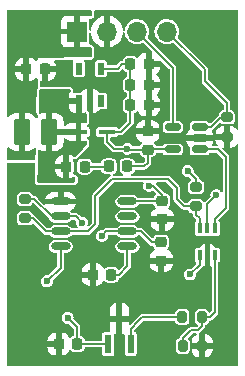
<source format=gbr>
G04 #@! TF.GenerationSoftware,KiCad,Pcbnew,8.0.1*
G04 #@! TF.CreationDate,2025-03-18T21:27:00-06:00*
G04 #@! TF.ProjectId,Temperature_Flex_boost,54656d70-6572-4617-9475-72655f466c65,rev?*
G04 #@! TF.SameCoordinates,Original*
G04 #@! TF.FileFunction,Copper,L1,Top*
G04 #@! TF.FilePolarity,Positive*
%FSLAX46Y46*%
G04 Gerber Fmt 4.6, Leading zero omitted, Abs format (unit mm)*
G04 Created by KiCad (PCBNEW 8.0.1) date 2025-03-18 21:27:00*
%MOMM*%
%LPD*%
G01*
G04 APERTURE LIST*
G04 Aperture macros list*
%AMRoundRect*
0 Rectangle with rounded corners*
0 $1 Rounding radius*
0 $2 $3 $4 $5 $6 $7 $8 $9 X,Y pos of 4 corners*
0 Add a 4 corners polygon primitive as box body*
4,1,4,$2,$3,$4,$5,$6,$7,$8,$9,$2,$3,0*
0 Add four circle primitives for the rounded corners*
1,1,$1+$1,$2,$3*
1,1,$1+$1,$4,$5*
1,1,$1+$1,$6,$7*
1,1,$1+$1,$8,$9*
0 Add four rect primitives between the rounded corners*
20,1,$1+$1,$2,$3,$4,$5,0*
20,1,$1+$1,$4,$5,$6,$7,0*
20,1,$1+$1,$6,$7,$8,$9,0*
20,1,$1+$1,$8,$9,$2,$3,0*%
G04 Aperture macros list end*
G04 #@! TA.AperFunction,SMDPad,CuDef*
%ADD10RoundRect,0.225000X0.225000X0.250000X-0.225000X0.250000X-0.225000X-0.250000X0.225000X-0.250000X0*%
G04 #@! TD*
G04 #@! TA.AperFunction,SMDPad,CuDef*
%ADD11R,0.399999X0.850001*%
G04 #@! TD*
G04 #@! TA.AperFunction,SMDPad,CuDef*
%ADD12RoundRect,0.225000X-0.225000X-0.250000X0.225000X-0.250000X0.225000X0.250000X-0.225000X0.250000X0*%
G04 #@! TD*
G04 #@! TA.AperFunction,SMDPad,CuDef*
%ADD13R,0.609600X1.625600*%
G04 #@! TD*
G04 #@! TA.AperFunction,SMDPad,CuDef*
%ADD14RoundRect,0.200000X-0.200000X-0.275000X0.200000X-0.275000X0.200000X0.275000X-0.200000X0.275000X0*%
G04 #@! TD*
G04 #@! TA.AperFunction,SMDPad,CuDef*
%ADD15RoundRect,0.200000X-0.275000X0.200000X-0.275000X-0.200000X0.275000X-0.200000X0.275000X0.200000X0*%
G04 #@! TD*
G04 #@! TA.AperFunction,SMDPad,CuDef*
%ADD16RoundRect,0.250001X-0.462499X-0.849999X0.462499X-0.849999X0.462499X0.849999X-0.462499X0.849999X0*%
G04 #@! TD*
G04 #@! TA.AperFunction,SMDPad,CuDef*
%ADD17O,1.649999X0.650001*%
G04 #@! TD*
G04 #@! TA.AperFunction,SMDPad,CuDef*
%ADD18RoundRect,0.200000X0.275000X-0.200000X0.275000X0.200000X-0.275000X0.200000X-0.275000X-0.200000X0*%
G04 #@! TD*
G04 #@! TA.AperFunction,SMDPad,CuDef*
%ADD19R,0.599999X1.000000*%
G04 #@! TD*
G04 #@! TA.AperFunction,SMDPad,CuDef*
%ADD20RoundRect,0.225000X0.250000X-0.225000X0.250000X0.225000X-0.250000X0.225000X-0.250000X-0.225000X0*%
G04 #@! TD*
G04 #@! TA.AperFunction,SMDPad,CuDef*
%ADD21R,1.416000X0.451600*%
G04 #@! TD*
G04 #@! TA.AperFunction,SMDPad,CuDef*
%ADD22RoundRect,0.225000X-0.250000X0.225000X-0.250000X-0.225000X0.250000X-0.225000X0.250000X0.225000X0*%
G04 #@! TD*
G04 #@! TA.AperFunction,ComponentPad*
%ADD23R,1.700000X1.700000*%
G04 #@! TD*
G04 #@! TA.AperFunction,ComponentPad*
%ADD24O,1.700000X1.700000*%
G04 #@! TD*
G04 #@! TA.AperFunction,SMDPad,CuDef*
%ADD25RoundRect,0.150000X0.512500X0.150000X-0.512500X0.150000X-0.512500X-0.150000X0.512500X-0.150000X0*%
G04 #@! TD*
G04 #@! TA.AperFunction,ViaPad*
%ADD26C,0.600000*%
G04 #@! TD*
G04 #@! TA.AperFunction,Conductor*
%ADD27C,0.152400*%
G04 #@! TD*
G04 APERTURE END LIST*
D10*
X184960000Y-51290000D03*
X183410000Y-51290000D03*
D11*
X198080000Y-67020001D03*
X198730001Y-67020001D03*
X199380000Y-67020001D03*
X199380000Y-64770000D03*
X198730001Y-64770000D03*
X198080000Y-64770000D03*
D12*
X192210000Y-52600000D03*
X193760000Y-52600000D03*
D13*
X190340040Y-74540000D03*
X192239960Y-74540000D03*
X191290000Y-72406400D03*
D14*
X196620000Y-72290000D03*
X198270000Y-72290000D03*
D15*
X183280000Y-62270000D03*
X183280000Y-63920000D03*
D16*
X183025000Y-56590000D03*
X185350000Y-56590000D03*
D12*
X192210000Y-54310000D03*
X193760000Y-54310000D03*
X186150000Y-74550000D03*
X187700000Y-74550000D03*
X192220000Y-50850000D03*
X193770000Y-50850000D03*
D17*
X186320000Y-62490000D03*
X186320000Y-63760000D03*
X186320000Y-65030000D03*
X186320000Y-66300000D03*
X191969999Y-66300000D03*
X191969999Y-65030000D03*
X191969999Y-63760000D03*
X191969999Y-62490000D03*
D18*
X200400000Y-57020000D03*
X200400000Y-55370000D03*
D14*
X196650000Y-74700000D03*
X198300000Y-74700000D03*
D15*
X197780000Y-61250000D03*
X197780000Y-62900000D03*
D19*
X187850001Y-54000000D03*
X188800002Y-54000000D03*
X189750000Y-54000000D03*
X189750000Y-51250000D03*
X187850001Y-51250000D03*
D20*
X194830000Y-67490000D03*
X194830000Y-65940000D03*
D12*
X186800000Y-59530000D03*
X188350000Y-59530000D03*
D21*
X190251600Y-56600000D03*
X187850000Y-56600000D03*
D22*
X193700000Y-56540000D03*
X193700000Y-58090000D03*
D23*
X187690000Y-48100000D03*
D24*
X190230000Y-48100000D03*
X192770000Y-48100000D03*
X195310000Y-48100000D03*
D25*
X198095000Y-58080000D03*
X198095000Y-57130000D03*
X198095000Y-56180000D03*
X195820000Y-56180000D03*
X195820000Y-58080000D03*
D22*
X194910000Y-62460000D03*
X194910000Y-64010000D03*
D12*
X189050000Y-68680000D03*
X190600000Y-68680000D03*
X190400000Y-59520000D03*
X191950000Y-59520000D03*
D26*
X188130000Y-64280000D03*
X189800000Y-65410000D03*
X197280000Y-68670000D03*
X191970000Y-58030000D03*
X185150000Y-69250000D03*
X199500000Y-61950000D03*
X186900000Y-72330000D03*
X193800000Y-61170000D03*
X197060000Y-59900000D03*
D27*
X190600000Y-68680000D02*
X191280000Y-68680000D01*
X191280000Y-68680000D02*
X191969999Y-67990001D01*
X191969999Y-67990001D02*
X191969999Y-66300000D01*
X185540000Y-63760000D02*
X186320000Y-63760000D01*
X194020000Y-65940000D02*
X193110000Y-65030000D01*
X193110000Y-65030000D02*
X191969999Y-65030000D01*
X187610000Y-63760000D02*
X186320000Y-63760000D01*
X188130000Y-64280000D02*
X187610000Y-63760000D01*
X194830000Y-65940000D02*
X194020000Y-65940000D01*
X191969999Y-65030000D02*
X190180000Y-65030000D01*
X184050000Y-62270000D02*
X185540000Y-63760000D01*
X190180000Y-65030000D02*
X189800000Y-65410000D01*
X183280000Y-62270000D02*
X184050000Y-62270000D01*
X195820000Y-56180000D02*
X195820000Y-51150000D01*
X195820000Y-51150000D02*
X192770000Y-48100000D01*
X198095000Y-56180000D02*
X199050000Y-56180000D01*
X198520000Y-52260000D02*
X198520000Y-51310000D01*
X199050000Y-56180000D02*
X199860000Y-55370000D01*
X200400000Y-54140000D02*
X198520000Y-52260000D01*
X200400000Y-55370000D02*
X200400000Y-54140000D01*
X198520000Y-51310000D02*
X195310000Y-48100000D01*
X199860000Y-55370000D02*
X200400000Y-55370000D01*
X198080000Y-63900000D02*
X197780000Y-63600000D01*
X186320000Y-65030000D02*
X188640000Y-65030000D01*
X197780000Y-63600000D02*
X197780000Y-62900000D01*
X185050000Y-65030000D02*
X183940000Y-63920000D01*
X195380000Y-60590000D02*
X196130000Y-61340000D01*
X196770000Y-62900000D02*
X197780000Y-62900000D01*
X196130000Y-61340000D02*
X196130000Y-62260000D01*
X183940000Y-63920000D02*
X183280000Y-63920000D01*
X198080000Y-64770000D02*
X198080000Y-64280000D01*
X198080000Y-64670001D02*
X198080000Y-63900000D01*
X186320000Y-65030000D02*
X185050000Y-65030000D01*
X190680000Y-60590000D02*
X195380000Y-60590000D01*
X196130000Y-62260000D02*
X196770000Y-62900000D01*
X188640000Y-65030000D02*
X189260000Y-64410000D01*
X189260000Y-64410000D02*
X189260000Y-62010000D01*
X189260000Y-62010000D02*
X190680000Y-60590000D01*
X192239960Y-73290040D02*
X192895000Y-72635000D01*
X192239960Y-74540000D02*
X192239960Y-73290040D01*
X193240000Y-72290000D02*
X192895000Y-72635000D01*
X196620000Y-72290000D02*
X193240000Y-72290000D01*
X199380000Y-63960000D02*
X200330000Y-63010000D01*
X200330000Y-63010000D02*
X200330000Y-58760000D01*
X200330000Y-58760000D02*
X199650000Y-58080000D01*
X199650000Y-58080000D02*
X198095000Y-58080000D01*
X199380000Y-64770000D02*
X199380000Y-63960000D01*
X197780000Y-61250000D02*
X197780000Y-60620000D01*
X186320000Y-68080000D02*
X185150000Y-69250000D01*
X186900000Y-72330000D02*
X187700000Y-73130000D01*
X198080000Y-67870000D02*
X198080000Y-67020001D01*
X191550000Y-50850000D02*
X191150000Y-51250000D01*
X195820000Y-58080000D02*
X193710000Y-58080000D01*
X186290000Y-66330000D02*
X186320000Y-66300000D01*
X191999999Y-62460000D02*
X191969999Y-62490000D01*
X192210000Y-55810000D02*
X192210000Y-54310000D01*
X195820000Y-58080000D02*
X195740000Y-58080000D01*
X191150000Y-51250000D02*
X189750000Y-51250000D01*
X193700000Y-58090000D02*
X192030000Y-58090000D01*
X191970000Y-58030000D02*
X190830000Y-58030000D01*
X187710000Y-74540000D02*
X187700000Y-74550000D01*
X192220000Y-50850000D02*
X191550000Y-50850000D01*
X190830000Y-58030000D02*
X190251600Y-57451600D01*
X195740000Y-58080000D02*
X195510000Y-57850000D01*
X192019999Y-62440000D02*
X191969999Y-62490000D01*
X190340040Y-74540000D02*
X187710000Y-74540000D01*
X192220000Y-54300000D02*
X192210000Y-54310000D01*
X193800000Y-61170000D02*
X194170000Y-61170000D01*
X192030000Y-58090000D02*
X191970000Y-58030000D01*
X197280000Y-68670000D02*
X198080000Y-67870000D01*
X193700000Y-59200000D02*
X193700000Y-58090000D01*
X194910000Y-62460000D02*
X191999999Y-62460000D01*
X198730001Y-62719999D02*
X198730001Y-64770000D01*
X192220000Y-50850000D02*
X192220000Y-54300000D01*
X186320000Y-66300000D02*
X186320000Y-68080000D01*
X193380000Y-59520000D02*
X193700000Y-59200000D01*
X191420000Y-56600000D02*
X192210000Y-55810000D01*
X190251600Y-56600000D02*
X191420000Y-56600000D01*
X199500000Y-61950000D02*
X198730001Y-62719999D01*
X194170000Y-61170000D02*
X194910000Y-61910000D01*
X191950000Y-59520000D02*
X193380000Y-59520000D01*
X193710000Y-58080000D02*
X193700000Y-58090000D01*
X187700000Y-73130000D02*
X187700000Y-74550000D01*
X190251600Y-57451600D02*
X190251600Y-56600000D01*
X194910000Y-61910000D02*
X194910000Y-62460000D01*
X197780000Y-60620000D02*
X197060000Y-59900000D01*
X190390000Y-59530000D02*
X190400000Y-59520000D01*
X188350000Y-59530000D02*
X190390000Y-59530000D01*
X198270000Y-73070000D02*
X198270000Y-72290000D01*
X198270000Y-72290000D02*
X198950000Y-72290000D01*
X197960000Y-73380000D02*
X198270000Y-73070000D01*
X199380000Y-71860000D02*
X199380000Y-67120001D01*
X196650000Y-74700000D02*
X196650000Y-74070000D01*
X196650000Y-74070000D02*
X197340000Y-73380000D01*
X198950000Y-72290000D02*
X199380000Y-71860000D01*
X197340000Y-73380000D02*
X197960000Y-73380000D01*
G04 #@! TA.AperFunction,Conductor*
G36*
X201347826Y-46282174D02*
G01*
X201369500Y-46334500D01*
X201369500Y-56350312D01*
X201347826Y-56402638D01*
X201295500Y-56424312D01*
X201243174Y-56402638D01*
X201232172Y-56388595D01*
X201230074Y-56385125D01*
X201109874Y-56264925D01*
X200964393Y-56176979D01*
X200802109Y-56126410D01*
X200802099Y-56126408D01*
X200731582Y-56120000D01*
X200650000Y-56120000D01*
X200650000Y-57919999D01*
X200731571Y-57919999D01*
X200731583Y-57919998D01*
X200802102Y-57913591D01*
X200802106Y-57913590D01*
X200964393Y-57863020D01*
X201109874Y-57775074D01*
X201230075Y-57654873D01*
X201232170Y-57651408D01*
X201277786Y-57617838D01*
X201333779Y-57626357D01*
X201367349Y-57671973D01*
X201369500Y-57689687D01*
X201369500Y-76355500D01*
X201347826Y-76407826D01*
X201295500Y-76429500D01*
X181824500Y-76429500D01*
X181772174Y-76407826D01*
X181750500Y-76355500D01*
X181750500Y-74800000D01*
X185200001Y-74800000D01*
X185200001Y-74848312D01*
X185210144Y-74947608D01*
X185263452Y-75108482D01*
X185352426Y-75252731D01*
X185472268Y-75372573D01*
X185616517Y-75461547D01*
X185777391Y-75514855D01*
X185876689Y-75524999D01*
X185900000Y-75524999D01*
X185900000Y-74800000D01*
X185200001Y-74800000D01*
X181750500Y-74800000D01*
X181750500Y-74300000D01*
X185200000Y-74300000D01*
X185900000Y-74300000D01*
X185900000Y-73575000D01*
X185876693Y-73575000D01*
X185876686Y-73575001D01*
X185777391Y-73585144D01*
X185616517Y-73638452D01*
X185472268Y-73727426D01*
X185352426Y-73847268D01*
X185263452Y-73991517D01*
X185210144Y-74152391D01*
X185200000Y-74251688D01*
X185200000Y-74300000D01*
X181750500Y-74300000D01*
X181750500Y-72330000D01*
X186394353Y-72330000D01*
X186414834Y-72472454D01*
X186414834Y-72472455D01*
X186414835Y-72472457D01*
X186457875Y-72566700D01*
X186474623Y-72603373D01*
X186568868Y-72712139D01*
X186568869Y-72712140D01*
X186568872Y-72712143D01*
X186689947Y-72789953D01*
X186796403Y-72821211D01*
X186828035Y-72830499D01*
X186828037Y-72830500D01*
X186977254Y-72830500D01*
X186977254Y-72833512D01*
X187022662Y-72845055D01*
X187030699Y-72852012D01*
X187401626Y-73222939D01*
X187423300Y-73275265D01*
X187423300Y-73814182D01*
X187401626Y-73866508D01*
X187360877Y-73887271D01*
X187341877Y-73890280D01*
X187341871Y-73890282D01*
X187221780Y-73951471D01*
X187157448Y-74015803D01*
X187105121Y-74037477D01*
X187052796Y-74015803D01*
X187038056Y-73994751D01*
X187036550Y-73991522D01*
X186947573Y-73847268D01*
X186827731Y-73727426D01*
X186683482Y-73638452D01*
X186522608Y-73585144D01*
X186423311Y-73575000D01*
X186400000Y-73575000D01*
X186400000Y-75524999D01*
X186423307Y-75524999D01*
X186423312Y-75524998D01*
X186522608Y-75514855D01*
X186683482Y-75461547D01*
X186827731Y-75372573D01*
X186947573Y-75252731D01*
X187036546Y-75108483D01*
X187038054Y-75105251D01*
X187079810Y-75066986D01*
X187136393Y-75069454D01*
X187157448Y-75084196D01*
X187221780Y-75148528D01*
X187341874Y-75209719D01*
X187441511Y-75225500D01*
X187441512Y-75225500D01*
X187958489Y-75225500D01*
X188008307Y-75217609D01*
X188058126Y-75209719D01*
X188178220Y-75148528D01*
X188273528Y-75053220D01*
X188334719Y-74933126D01*
X188343272Y-74879123D01*
X188372865Y-74830833D01*
X188416361Y-74816700D01*
X189760740Y-74816700D01*
X189813066Y-74838374D01*
X189834740Y-74890700D01*
X189834740Y-75372548D01*
X189842165Y-75409874D01*
X189846373Y-75431032D01*
X189866763Y-75461547D01*
X189890688Y-75497352D01*
X189932064Y-75524999D01*
X189957007Y-75541666D01*
X189957008Y-75541666D01*
X189957009Y-75541667D01*
X190015492Y-75553300D01*
X190015494Y-75553300D01*
X190664586Y-75553300D01*
X190664588Y-75553300D01*
X190723071Y-75541667D01*
X190789392Y-75497352D01*
X190833707Y-75431031D01*
X190845340Y-75372548D01*
X190845340Y-73791687D01*
X190867014Y-73739361D01*
X190919340Y-73717687D01*
X190927256Y-73718112D01*
X190937367Y-73719199D01*
X190937369Y-73719200D01*
X191040000Y-73719200D01*
X191540000Y-73719200D01*
X191642631Y-73719200D01*
X191642632Y-73719199D01*
X191652744Y-73718112D01*
X191707088Y-73734064D01*
X191734235Y-73783771D01*
X191734660Y-73791687D01*
X191734660Y-75372548D01*
X191742085Y-75409874D01*
X191746293Y-75431032D01*
X191766683Y-75461547D01*
X191790608Y-75497352D01*
X191831984Y-75524999D01*
X191856927Y-75541666D01*
X191856928Y-75541666D01*
X191856929Y-75541667D01*
X191915412Y-75553300D01*
X191915414Y-75553300D01*
X192564506Y-75553300D01*
X192564508Y-75553300D01*
X192622991Y-75541667D01*
X192689312Y-75497352D01*
X192733627Y-75431031D01*
X192745260Y-75372548D01*
X192745260Y-75006519D01*
X196049500Y-75006519D01*
X196064353Y-75100304D01*
X196064354Y-75100306D01*
X196088925Y-75148528D01*
X196121950Y-75213342D01*
X196211658Y-75303050D01*
X196324696Y-75360646D01*
X196418481Y-75375500D01*
X196881518Y-75375499D01*
X196881519Y-75375499D01*
X196975304Y-75360646D01*
X196975306Y-75360645D01*
X196977419Y-75359568D01*
X197088342Y-75303050D01*
X197178050Y-75213342D01*
X197235646Y-75100304D01*
X197250500Y-75006519D01*
X197250500Y-74950000D01*
X197400001Y-74950000D01*
X197400001Y-75031583D01*
X197406408Y-75102102D01*
X197406409Y-75102106D01*
X197456979Y-75264393D01*
X197544925Y-75409874D01*
X197665125Y-75530074D01*
X197810606Y-75618020D01*
X197972890Y-75668589D01*
X197972901Y-75668591D01*
X198043421Y-75674999D01*
X198050000Y-75674998D01*
X198050000Y-74950000D01*
X198550000Y-74950000D01*
X198550000Y-75674999D01*
X198556571Y-75674999D01*
X198556583Y-75674998D01*
X198627102Y-75668591D01*
X198627106Y-75668590D01*
X198789393Y-75618020D01*
X198934874Y-75530074D01*
X199055074Y-75409874D01*
X199143020Y-75264393D01*
X199193589Y-75102109D01*
X199193591Y-75102099D01*
X199199999Y-75031582D01*
X199200000Y-75031573D01*
X199200000Y-74950000D01*
X198550000Y-74950000D01*
X198050000Y-74950000D01*
X197400001Y-74950000D01*
X197250500Y-74950000D01*
X197250499Y-74393482D01*
X197246531Y-74368429D01*
X197235646Y-74299695D01*
X197235645Y-74299693D01*
X197178049Y-74186657D01*
X197103678Y-74112286D01*
X197082004Y-74059960D01*
X197103678Y-74007634D01*
X197253635Y-73857678D01*
X197432939Y-73678374D01*
X197485265Y-73656700D01*
X197752393Y-73656700D01*
X197804719Y-73678374D01*
X197826393Y-73730700D01*
X197804719Y-73783026D01*
X197790676Y-73794028D01*
X197665125Y-73869925D01*
X197544925Y-73990125D01*
X197456979Y-74135606D01*
X197406410Y-74297890D01*
X197406408Y-74297900D01*
X197400000Y-74368417D01*
X197400000Y-74450000D01*
X198050000Y-74450000D01*
X198050000Y-73725000D01*
X198550000Y-73725000D01*
X198550000Y-74450000D01*
X199199999Y-74450000D01*
X199199999Y-74368429D01*
X199199998Y-74368416D01*
X199193591Y-74297897D01*
X199193590Y-74297893D01*
X199143020Y-74135606D01*
X199055074Y-73990125D01*
X198934874Y-73869925D01*
X198789393Y-73781979D01*
X198627109Y-73731410D01*
X198627099Y-73731408D01*
X198556582Y-73725000D01*
X198550000Y-73725000D01*
X198050000Y-73725000D01*
X198050000Y-73698000D01*
X198047415Y-73691760D01*
X198069089Y-73639434D01*
X198084407Y-73627679D01*
X198129898Y-73601415D01*
X198491415Y-73239898D01*
X198527844Y-73176803D01*
X198546700Y-73106428D01*
X198546700Y-73033572D01*
X198546700Y-73020202D01*
X198568374Y-72967876D01*
X198590606Y-72954256D01*
X198590114Y-72953291D01*
X198650716Y-72922412D01*
X198708342Y-72893050D01*
X198798050Y-72803342D01*
X198855646Y-72690304D01*
X198865336Y-72629124D01*
X198894929Y-72580833D01*
X198938425Y-72566700D01*
X198986427Y-72566700D01*
X198986428Y-72566700D01*
X199056803Y-72547844D01*
X199119898Y-72511415D01*
X199601415Y-72029898D01*
X199637844Y-71966803D01*
X199656700Y-71896428D01*
X199656700Y-71823572D01*
X199656700Y-67674444D01*
X199678374Y-67622118D01*
X199689577Y-67612923D01*
X199724552Y-67589554D01*
X199768867Y-67523233D01*
X199780500Y-67464750D01*
X199780500Y-66575252D01*
X199768867Y-66516769D01*
X199766701Y-66513528D01*
X199746003Y-66482551D01*
X199724552Y-66450448D01*
X199702343Y-66435608D01*
X199658232Y-66406133D01*
X199658233Y-66406133D01*
X199628989Y-66400316D01*
X199599748Y-66394500D01*
X199439970Y-66394500D01*
X199387644Y-66372826D01*
X199375022Y-66355965D01*
X199373354Y-66352912D01*
X199287189Y-66237811D01*
X199172089Y-66151646D01*
X199172088Y-66151645D01*
X199037381Y-66101403D01*
X199037376Y-66101402D01*
X198977830Y-66095000D01*
X198930000Y-66095000D01*
X198930000Y-67945002D01*
X198977829Y-67945002D01*
X199021388Y-67940318D01*
X199075732Y-67956274D01*
X199102876Y-68005982D01*
X199103300Y-68013894D01*
X199103300Y-71714734D01*
X199081626Y-71767060D01*
X198962549Y-71886136D01*
X198910223Y-71907810D01*
X198857897Y-71886136D01*
X198844289Y-71867406D01*
X198798049Y-71776657D01*
X198708343Y-71686951D01*
X198708342Y-71686950D01*
X198595304Y-71629354D01*
X198595302Y-71629353D01*
X198595301Y-71629353D01*
X198501519Y-71614500D01*
X198038480Y-71614500D01*
X197944695Y-71629353D01*
X197944693Y-71629354D01*
X197831657Y-71686950D01*
X197741951Y-71776656D01*
X197684353Y-71889698D01*
X197669500Y-71983480D01*
X197669500Y-72596519D01*
X197684353Y-72690304D01*
X197684354Y-72690306D01*
X197741950Y-72803342D01*
X197831659Y-72893051D01*
X197889283Y-72922412D01*
X197926066Y-72965479D01*
X197921622Y-73021941D01*
X197908015Y-73040671D01*
X197867062Y-73081625D01*
X197814736Y-73103300D01*
X197303572Y-73103300D01*
X197291898Y-73106428D01*
X197233197Y-73122156D01*
X197233193Y-73122158D01*
X197170105Y-73158582D01*
X196428584Y-73900103D01*
X196428583Y-73900105D01*
X196392156Y-73963194D01*
X196389635Y-73972606D01*
X196389634Y-73972605D01*
X196389634Y-73972609D01*
X196386273Y-73985152D01*
X196351794Y-74030085D01*
X196326376Y-74039087D01*
X196324703Y-74039352D01*
X196324698Y-74039353D01*
X196211656Y-74096951D01*
X196121951Y-74186656D01*
X196064353Y-74299698D01*
X196049500Y-74393480D01*
X196049500Y-75006519D01*
X192745260Y-75006519D01*
X192745260Y-73707452D01*
X192733627Y-73648969D01*
X192726193Y-73637844D01*
X192701852Y-73601415D01*
X192689312Y-73582648D01*
X192667103Y-73567808D01*
X192622992Y-73538333D01*
X192576223Y-73529030D01*
X192529131Y-73497564D01*
X192516660Y-73456452D01*
X192516660Y-73435305D01*
X192538334Y-73382979D01*
X193332939Y-72588374D01*
X193385265Y-72566700D01*
X195951576Y-72566700D01*
X196003902Y-72588374D01*
X196024665Y-72629125D01*
X196034353Y-72690304D01*
X196034354Y-72690306D01*
X196085127Y-72789952D01*
X196091950Y-72803342D01*
X196181658Y-72893050D01*
X196294696Y-72950646D01*
X196388481Y-72965500D01*
X196851518Y-72965499D01*
X196851519Y-72965499D01*
X196945304Y-72950646D01*
X196945306Y-72950645D01*
X196967699Y-72939235D01*
X197058342Y-72893050D01*
X197148050Y-72803342D01*
X197205646Y-72690304D01*
X197220500Y-72596519D01*
X197220499Y-71983482D01*
X197217858Y-71966809D01*
X197205646Y-71889695D01*
X197205645Y-71889693D01*
X197148049Y-71776657D01*
X197058343Y-71686951D01*
X197058342Y-71686950D01*
X196945304Y-71629354D01*
X196945302Y-71629353D01*
X196945301Y-71629353D01*
X196851519Y-71614500D01*
X196388480Y-71614500D01*
X196294695Y-71629353D01*
X196294693Y-71629354D01*
X196181657Y-71686950D01*
X196091951Y-71776656D01*
X196034353Y-71889698D01*
X196024664Y-71950876D01*
X195995071Y-71999167D01*
X195951575Y-72013300D01*
X193276428Y-72013300D01*
X193203572Y-72013300D01*
X193168384Y-72022728D01*
X193133196Y-72032156D01*
X193133190Y-72032159D01*
X193070105Y-72068583D01*
X193070103Y-72068584D01*
X192221126Y-72917561D01*
X192168800Y-72939235D01*
X192116474Y-72917561D01*
X192094800Y-72865235D01*
X192094800Y-72656400D01*
X191540000Y-72656400D01*
X191540000Y-73719200D01*
X191040000Y-73719200D01*
X191040000Y-72656400D01*
X190485200Y-72656400D01*
X190485200Y-73267028D01*
X190491602Y-73326575D01*
X190491603Y-73326580D01*
X190528998Y-73426840D01*
X190526977Y-73483441D01*
X190485524Y-73522034D01*
X190459664Y-73526700D01*
X190015492Y-73526700D01*
X189986250Y-73532516D01*
X189957007Y-73538333D01*
X189890689Y-73582647D01*
X189890687Y-73582649D01*
X189846373Y-73648967D01*
X189834740Y-73707453D01*
X189834740Y-74189300D01*
X189813066Y-74241626D01*
X189760740Y-74263300D01*
X188413193Y-74263300D01*
X188360867Y-74241626D01*
X188340104Y-74200875D01*
X188334719Y-74166873D01*
X188334718Y-74166872D01*
X188333552Y-74164584D01*
X188273528Y-74046780D01*
X188178220Y-73951472D01*
X188178219Y-73951471D01*
X188058128Y-73890282D01*
X188058127Y-73890281D01*
X188058126Y-73890281D01*
X188058124Y-73890280D01*
X188058122Y-73890280D01*
X188039123Y-73887271D01*
X187990832Y-73857678D01*
X187976700Y-73814182D01*
X187976700Y-73093573D01*
X187957844Y-73023198D01*
X187957844Y-73023197D01*
X187957843Y-73023194D01*
X187925903Y-72967876D01*
X187921415Y-72960102D01*
X187417466Y-72456153D01*
X187395792Y-72403827D01*
X187396543Y-72393310D01*
X187405647Y-72330000D01*
X187385165Y-72187543D01*
X187370942Y-72156400D01*
X190485200Y-72156400D01*
X191040000Y-72156400D01*
X191040000Y-71093600D01*
X191540000Y-71093600D01*
X191540000Y-72156400D01*
X192094800Y-72156400D01*
X192094800Y-71545771D01*
X192088397Y-71486224D01*
X192088396Y-71486219D01*
X192038154Y-71351512D01*
X192038153Y-71351511D01*
X191951988Y-71236411D01*
X191836888Y-71150246D01*
X191836887Y-71150245D01*
X191702180Y-71100003D01*
X191702175Y-71100002D01*
X191642629Y-71093600D01*
X191540000Y-71093600D01*
X191040000Y-71093600D01*
X190937371Y-71093600D01*
X190877824Y-71100002D01*
X190877819Y-71100003D01*
X190743112Y-71150245D01*
X190743111Y-71150246D01*
X190628011Y-71236411D01*
X190541846Y-71351511D01*
X190541845Y-71351512D01*
X190491603Y-71486219D01*
X190491602Y-71486224D01*
X190485200Y-71545771D01*
X190485200Y-72156400D01*
X187370942Y-72156400D01*
X187325377Y-72056627D01*
X187231128Y-71947857D01*
X187140623Y-71889693D01*
X187110054Y-71870047D01*
X187110050Y-71870046D01*
X186971964Y-71829500D01*
X186971961Y-71829500D01*
X186828039Y-71829500D01*
X186828036Y-71829500D01*
X186689949Y-71870046D01*
X186689945Y-71870047D01*
X186568875Y-71947855D01*
X186568868Y-71947860D01*
X186474623Y-72056626D01*
X186414834Y-72187545D01*
X186394353Y-72330000D01*
X181750500Y-72330000D01*
X181750500Y-69250000D01*
X184644353Y-69250000D01*
X184664834Y-69392454D01*
X184724623Y-69523373D01*
X184818868Y-69632139D01*
X184818869Y-69632140D01*
X184818872Y-69632143D01*
X184939947Y-69709953D01*
X185046403Y-69741211D01*
X185078035Y-69750499D01*
X185078037Y-69750500D01*
X185078039Y-69750500D01*
X185221963Y-69750500D01*
X185221964Y-69750499D01*
X185360053Y-69709953D01*
X185481128Y-69632143D01*
X185575377Y-69523373D01*
X185635165Y-69392457D01*
X185655647Y-69250000D01*
X185646545Y-69186700D01*
X185660551Y-69131825D01*
X185667459Y-69123852D01*
X185861312Y-68930000D01*
X188100001Y-68930000D01*
X188100001Y-68978312D01*
X188110144Y-69077608D01*
X188163452Y-69238482D01*
X188252426Y-69382731D01*
X188372268Y-69502573D01*
X188516517Y-69591547D01*
X188677391Y-69644855D01*
X188776689Y-69654999D01*
X188800000Y-69654999D01*
X189300000Y-69654999D01*
X189323307Y-69654999D01*
X189323312Y-69654998D01*
X189422608Y-69644855D01*
X189583482Y-69591547D01*
X189727731Y-69502573D01*
X189847573Y-69382731D01*
X189936546Y-69238483D01*
X189938054Y-69235251D01*
X189979810Y-69196986D01*
X190036393Y-69199454D01*
X190057448Y-69214196D01*
X190121780Y-69278528D01*
X190241874Y-69339719D01*
X190341511Y-69355500D01*
X190341512Y-69355500D01*
X190858489Y-69355500D01*
X190908307Y-69347609D01*
X190958126Y-69339719D01*
X191078220Y-69278528D01*
X191173528Y-69183220D01*
X191234719Y-69063126D01*
X191241688Y-69019123D01*
X191271281Y-68970833D01*
X191311669Y-68957709D01*
X191311620Y-68957333D01*
X191313652Y-68957065D01*
X191314777Y-68956700D01*
X191316427Y-68956700D01*
X191316428Y-68956700D01*
X191386803Y-68937844D01*
X191449898Y-68901415D01*
X191681313Y-68670000D01*
X196774353Y-68670000D01*
X196794834Y-68812454D01*
X196854623Y-68943373D01*
X196948868Y-69052139D01*
X196948869Y-69052140D01*
X196948872Y-69052143D01*
X197035076Y-69107543D01*
X197060442Y-69123845D01*
X197069947Y-69129953D01*
X197176403Y-69161211D01*
X197208035Y-69170499D01*
X197208037Y-69170500D01*
X197208039Y-69170500D01*
X197351963Y-69170500D01*
X197351964Y-69170499D01*
X197490053Y-69129953D01*
X197611128Y-69052143D01*
X197705377Y-68943373D01*
X197765165Y-68812457D01*
X197785647Y-68670000D01*
X197776545Y-68606700D01*
X197790551Y-68551825D01*
X197797459Y-68543852D01*
X198301415Y-68039898D01*
X198337844Y-67976803D01*
X198337844Y-67976802D01*
X198339905Y-67973233D01*
X198384838Y-67938755D01*
X198418006Y-67938262D01*
X198418023Y-67938105D01*
X198419309Y-67938243D01*
X198421012Y-67938218D01*
X198422629Y-67938600D01*
X198482172Y-67945002D01*
X198530002Y-67945002D01*
X198530002Y-66095000D01*
X198482172Y-66095000D01*
X198422625Y-66101402D01*
X198422620Y-66101403D01*
X198287913Y-66151645D01*
X198287912Y-66151646D01*
X198172812Y-66237811D01*
X198086647Y-66352912D01*
X198084980Y-66355965D01*
X198040880Y-66391503D01*
X198020032Y-66394500D01*
X197860252Y-66394500D01*
X197831010Y-66400316D01*
X197801767Y-66406133D01*
X197735449Y-66450447D01*
X197735447Y-66450449D01*
X197691133Y-66516767D01*
X197679500Y-66575253D01*
X197679500Y-67464748D01*
X197691133Y-67523234D01*
X197720608Y-67567345D01*
X197735448Y-67589554D01*
X197770413Y-67612917D01*
X197801878Y-67660007D01*
X197803300Y-67674444D01*
X197803300Y-67724734D01*
X197781626Y-67777060D01*
X197410699Y-68147987D01*
X197358373Y-68169661D01*
X197356122Y-68169500D01*
X197351961Y-68169500D01*
X197208039Y-68169500D01*
X197208036Y-68169500D01*
X197069949Y-68210046D01*
X197069945Y-68210047D01*
X196948875Y-68287855D01*
X196948868Y-68287860D01*
X196854623Y-68396626D01*
X196794834Y-68527545D01*
X196774353Y-68670000D01*
X191681313Y-68670000D01*
X192191414Y-68159899D01*
X192227843Y-68096804D01*
X192246699Y-68026429D01*
X192246699Y-67953573D01*
X192246699Y-67740000D01*
X193855001Y-67740000D01*
X193855001Y-67763312D01*
X193865144Y-67862608D01*
X193918452Y-68023482D01*
X194007426Y-68167731D01*
X194127268Y-68287573D01*
X194271517Y-68376547D01*
X194432391Y-68429855D01*
X194531689Y-68439999D01*
X194531690Y-68439999D01*
X194579999Y-68439998D01*
X194580000Y-68439998D01*
X194580000Y-67740000D01*
X195080000Y-67740000D01*
X195080000Y-68439999D01*
X195128307Y-68439999D01*
X195128312Y-68439998D01*
X195227608Y-68429855D01*
X195388482Y-68376547D01*
X195532731Y-68287573D01*
X195652573Y-68167731D01*
X195741547Y-68023482D01*
X195794855Y-67862608D01*
X195804999Y-67763311D01*
X195805000Y-67763309D01*
X195805000Y-67740000D01*
X195080000Y-67740000D01*
X194580000Y-67740000D01*
X193855001Y-67740000D01*
X192246699Y-67740000D01*
X192246699Y-66899500D01*
X192268373Y-66847174D01*
X192320699Y-66825500D01*
X192539183Y-66825500D01*
X192539183Y-66825499D01*
X192672834Y-66789688D01*
X192792663Y-66720505D01*
X192890503Y-66622665D01*
X192959686Y-66502836D01*
X192995497Y-66369185D01*
X192995498Y-66369185D01*
X192995498Y-66230815D01*
X192995497Y-66230814D01*
X192986835Y-66198488D01*
X192959686Y-66097164D01*
X192890503Y-65977335D01*
X192792663Y-65879495D01*
X192672834Y-65810312D01*
X192672829Y-65810310D01*
X192539183Y-65774500D01*
X192539181Y-65774500D01*
X191400817Y-65774500D01*
X191400815Y-65774500D01*
X191267168Y-65810310D01*
X191267163Y-65810312D01*
X191147334Y-65879495D01*
X191049495Y-65977334D01*
X190980312Y-66097163D01*
X190980310Y-66097168D01*
X190944500Y-66230814D01*
X190944500Y-66369185D01*
X190980310Y-66502831D01*
X190980312Y-66502836D01*
X191049495Y-66622665D01*
X191147335Y-66720505D01*
X191267164Y-66789688D01*
X191400814Y-66825499D01*
X191400815Y-66825500D01*
X191400817Y-66825500D01*
X191619299Y-66825500D01*
X191671625Y-66847174D01*
X191693299Y-66899500D01*
X191693299Y-67844735D01*
X191671625Y-67897061D01*
X191319259Y-68249426D01*
X191266933Y-68271100D01*
X191214607Y-68249426D01*
X191200999Y-68230695D01*
X191190478Y-68210047D01*
X191173528Y-68176780D01*
X191078220Y-68081472D01*
X191078219Y-68081471D01*
X190958126Y-68020281D01*
X190958125Y-68020280D01*
X190858489Y-68004500D01*
X190858488Y-68004500D01*
X190341512Y-68004500D01*
X190341511Y-68004500D01*
X190241874Y-68020280D01*
X190241873Y-68020281D01*
X190121780Y-68081471D01*
X190057448Y-68145803D01*
X190005121Y-68167477D01*
X189952796Y-68145803D01*
X189938056Y-68124751D01*
X189936550Y-68121522D01*
X189847573Y-67977268D01*
X189727731Y-67857426D01*
X189583482Y-67768452D01*
X189422608Y-67715144D01*
X189323311Y-67705000D01*
X189300000Y-67705000D01*
X189300000Y-69654999D01*
X188800000Y-69654999D01*
X188800000Y-68930000D01*
X188100001Y-68930000D01*
X185861312Y-68930000D01*
X186361313Y-68430000D01*
X188100000Y-68430000D01*
X188800000Y-68430000D01*
X188800000Y-67705000D01*
X188776693Y-67705000D01*
X188776686Y-67705001D01*
X188677391Y-67715144D01*
X188516517Y-67768452D01*
X188372268Y-67857426D01*
X188252426Y-67977268D01*
X188163452Y-68121517D01*
X188110144Y-68282391D01*
X188100000Y-68381688D01*
X188100000Y-68430000D01*
X186361313Y-68430000D01*
X186541415Y-68249898D01*
X186577844Y-68186803D01*
X186596700Y-68116428D01*
X186596700Y-68043572D01*
X186596700Y-66899500D01*
X186618374Y-66847174D01*
X186670700Y-66825500D01*
X186889184Y-66825500D01*
X186889184Y-66825499D01*
X187022835Y-66789688D01*
X187142664Y-66720505D01*
X187240504Y-66622665D01*
X187309687Y-66502836D01*
X187345498Y-66369185D01*
X187345499Y-66369185D01*
X187345499Y-66230815D01*
X187345498Y-66230814D01*
X187336836Y-66198488D01*
X187309687Y-66097164D01*
X187240504Y-65977335D01*
X187142664Y-65879495D01*
X187022835Y-65810312D01*
X187022830Y-65810310D01*
X186889184Y-65774500D01*
X186889182Y-65774500D01*
X185750818Y-65774500D01*
X185750816Y-65774500D01*
X185617169Y-65810310D01*
X185617164Y-65810312D01*
X185497335Y-65879495D01*
X185399496Y-65977334D01*
X185330313Y-66097163D01*
X185330311Y-66097168D01*
X185294501Y-66230814D01*
X185294501Y-66369185D01*
X185330311Y-66502831D01*
X185330313Y-66502836D01*
X185399496Y-66622665D01*
X185497336Y-66720505D01*
X185617165Y-66789688D01*
X185750815Y-66825499D01*
X185750816Y-66825500D01*
X185750818Y-66825500D01*
X185969300Y-66825500D01*
X186021626Y-66847174D01*
X186043300Y-66899500D01*
X186043300Y-67934734D01*
X186021626Y-67987060D01*
X185280699Y-68727986D01*
X185228373Y-68749660D01*
X185226122Y-68749500D01*
X185221961Y-68749500D01*
X185078039Y-68749500D01*
X185078036Y-68749500D01*
X184939949Y-68790046D01*
X184939945Y-68790047D01*
X184818875Y-68867855D01*
X184818868Y-68867860D01*
X184724623Y-68976626D01*
X184664834Y-69107545D01*
X184644353Y-69250000D01*
X181750500Y-69250000D01*
X181750500Y-64151519D01*
X182604500Y-64151519D01*
X182619353Y-64245304D01*
X182619354Y-64245306D01*
X182666078Y-64337004D01*
X182676950Y-64358342D01*
X182766658Y-64448050D01*
X182879696Y-64505646D01*
X182973481Y-64520500D01*
X183586518Y-64520499D01*
X183586519Y-64520499D01*
X183680304Y-64505646D01*
X183680306Y-64505645D01*
X183705007Y-64493059D01*
X183793342Y-64448050D01*
X183882714Y-64358677D01*
X183935039Y-64337004D01*
X183987365Y-64358678D01*
X184880102Y-65251415D01*
X184943197Y-65287844D01*
X185013572Y-65306700D01*
X185330234Y-65306700D01*
X185382560Y-65328374D01*
X185394319Y-65343699D01*
X185399496Y-65352665D01*
X185497336Y-65450505D01*
X185617165Y-65519688D01*
X185750815Y-65555499D01*
X185750816Y-65555500D01*
X185750818Y-65555500D01*
X186889184Y-65555500D01*
X186889184Y-65555499D01*
X187022835Y-65519688D01*
X187142664Y-65450505D01*
X187183169Y-65410000D01*
X189294353Y-65410000D01*
X189314834Y-65552454D01*
X189314834Y-65552455D01*
X189314835Y-65552457D01*
X189330804Y-65587424D01*
X189374623Y-65683373D01*
X189468868Y-65792139D01*
X189468869Y-65792140D01*
X189468872Y-65792143D01*
X189589947Y-65869953D01*
X189696403Y-65901211D01*
X189728035Y-65910499D01*
X189728037Y-65910500D01*
X189728039Y-65910500D01*
X189871963Y-65910500D01*
X189871964Y-65910499D01*
X190010053Y-65869953D01*
X190131128Y-65792143D01*
X190225377Y-65683373D01*
X190285165Y-65552457D01*
X190305647Y-65410000D01*
X190302948Y-65391230D01*
X190316954Y-65336354D01*
X190365663Y-65307453D01*
X190376195Y-65306700D01*
X190980233Y-65306700D01*
X191032559Y-65328374D01*
X191044318Y-65343699D01*
X191049495Y-65352665D01*
X191147335Y-65450505D01*
X191267164Y-65519688D01*
X191400814Y-65555499D01*
X191400815Y-65555500D01*
X191400817Y-65555500D01*
X192539183Y-65555500D01*
X192539183Y-65555499D01*
X192672834Y-65519688D01*
X192792663Y-65450505D01*
X192890503Y-65352665D01*
X192895680Y-65343699D01*
X192940613Y-65309221D01*
X192959765Y-65306700D01*
X192964735Y-65306700D01*
X193017061Y-65328374D01*
X193798585Y-66109898D01*
X193798584Y-66109898D01*
X193840332Y-66151645D01*
X193850102Y-66161415D01*
X193913198Y-66197844D01*
X193983572Y-66216700D01*
X194094182Y-66216700D01*
X194146508Y-66238374D01*
X194167271Y-66279123D01*
X194170280Y-66298122D01*
X194170282Y-66298128D01*
X194231471Y-66418219D01*
X194295803Y-66482551D01*
X194317477Y-66534877D01*
X194295803Y-66587203D01*
X194274759Y-66601940D01*
X194271520Y-66603450D01*
X194127268Y-66692426D01*
X194007426Y-66812268D01*
X193918452Y-66956517D01*
X193865144Y-67117391D01*
X193855000Y-67216688D01*
X193855000Y-67240000D01*
X195804999Y-67240000D01*
X195804999Y-67216693D01*
X195804998Y-67216687D01*
X195794855Y-67117391D01*
X195741547Y-66956517D01*
X195652573Y-66812268D01*
X195532731Y-66692426D01*
X195388484Y-66603454D01*
X195385243Y-66601942D01*
X195346983Y-66560181D01*
X195349457Y-66503598D01*
X195364193Y-66482554D01*
X195428528Y-66418220D01*
X195489719Y-66298126D01*
X195505500Y-66198488D01*
X195505500Y-65681512D01*
X195489719Y-65581874D01*
X195428528Y-65461780D01*
X195333220Y-65366472D01*
X195333219Y-65366471D01*
X195213126Y-65305281D01*
X195213125Y-65305280D01*
X195113489Y-65289500D01*
X195113488Y-65289500D01*
X194546512Y-65289500D01*
X194546511Y-65289500D01*
X194446874Y-65305280D01*
X194446873Y-65305281D01*
X194326780Y-65366471D01*
X194231473Y-65461778D01*
X194176996Y-65568694D01*
X194133929Y-65605476D01*
X194077466Y-65601032D01*
X194058739Y-65587426D01*
X193279898Y-64808585D01*
X193254660Y-64794013D01*
X193216809Y-64772159D01*
X193216803Y-64772156D01*
X193146428Y-64753300D01*
X193146427Y-64753300D01*
X192959765Y-64753300D01*
X192907439Y-64731626D01*
X192895680Y-64716301D01*
X192890503Y-64707335D01*
X192792663Y-64609495D01*
X192672834Y-64540312D01*
X192672829Y-64540310D01*
X192539183Y-64504500D01*
X192539181Y-64504500D01*
X191400817Y-64504500D01*
X191400815Y-64504500D01*
X191267168Y-64540310D01*
X191267163Y-64540312D01*
X191147334Y-64609495D01*
X191049494Y-64707335D01*
X191044318Y-64716301D01*
X190999385Y-64750779D01*
X190980233Y-64753300D01*
X190216428Y-64753300D01*
X190143572Y-64753300D01*
X190108384Y-64762728D01*
X190073196Y-64772156D01*
X190073190Y-64772159D01*
X190010102Y-64808584D01*
X189930699Y-64887987D01*
X189878373Y-64909661D01*
X189876122Y-64909500D01*
X189871961Y-64909500D01*
X189728039Y-64909500D01*
X189728036Y-64909500D01*
X189589949Y-64950046D01*
X189589945Y-64950047D01*
X189468875Y-65027855D01*
X189468868Y-65027860D01*
X189374623Y-65136626D01*
X189314834Y-65267545D01*
X189294353Y-65410000D01*
X187183169Y-65410000D01*
X187240504Y-65352665D01*
X187245681Y-65343699D01*
X187290614Y-65309221D01*
X187309766Y-65306700D01*
X188676427Y-65306700D01*
X188676428Y-65306700D01*
X188746803Y-65287844D01*
X188809898Y-65251415D01*
X189481415Y-64579898D01*
X189517844Y-64516802D01*
X189536700Y-64446428D01*
X189536700Y-63829185D01*
X190944500Y-63829185D01*
X190980310Y-63962831D01*
X190980312Y-63962836D01*
X191049495Y-64082665D01*
X191147335Y-64180505D01*
X191267164Y-64249688D01*
X191400814Y-64285499D01*
X191400815Y-64285500D01*
X191400817Y-64285500D01*
X192539183Y-64285500D01*
X192539183Y-64285499D01*
X192634348Y-64260000D01*
X193935001Y-64260000D01*
X193935001Y-64283312D01*
X193945144Y-64382608D01*
X193998452Y-64543482D01*
X194087426Y-64687731D01*
X194207268Y-64807573D01*
X194351517Y-64896547D01*
X194512391Y-64949855D01*
X194611689Y-64959999D01*
X194611690Y-64959999D01*
X194659999Y-64959998D01*
X194660000Y-64959998D01*
X194660000Y-64260000D01*
X195160000Y-64260000D01*
X195160000Y-64959999D01*
X195208307Y-64959999D01*
X195208312Y-64959998D01*
X195307608Y-64949855D01*
X195468482Y-64896547D01*
X195612731Y-64807573D01*
X195732573Y-64687731D01*
X195821547Y-64543482D01*
X195874855Y-64382608D01*
X195884999Y-64283311D01*
X195885000Y-64283309D01*
X195885000Y-64260000D01*
X195160000Y-64260000D01*
X194660000Y-64260000D01*
X193935001Y-64260000D01*
X192634348Y-64260000D01*
X192672834Y-64249688D01*
X192792663Y-64180505D01*
X192890503Y-64082665D01*
X192959686Y-63962836D01*
X192995497Y-63829185D01*
X192995498Y-63829185D01*
X192995498Y-63690815D01*
X192995497Y-63690814D01*
X192981182Y-63637391D01*
X192959686Y-63557164D01*
X192890503Y-63437335D01*
X192792663Y-63339495D01*
X192672834Y-63270312D01*
X192672829Y-63270310D01*
X192539183Y-63234500D01*
X192539181Y-63234500D01*
X191400817Y-63234500D01*
X191400815Y-63234500D01*
X191267168Y-63270310D01*
X191267163Y-63270312D01*
X191147334Y-63339495D01*
X191049495Y-63437334D01*
X190980312Y-63557163D01*
X190980310Y-63557168D01*
X190944500Y-63690814D01*
X190944500Y-63829185D01*
X189536700Y-63829185D01*
X189536700Y-62155265D01*
X189558374Y-62102939D01*
X190772939Y-60888374D01*
X190825265Y-60866700D01*
X193273144Y-60866700D01*
X193325470Y-60888374D01*
X193347144Y-60940700D01*
X193340457Y-60971437D01*
X193334186Y-60985171D01*
X193314834Y-61027545D01*
X193294353Y-61170000D01*
X193314834Y-61312454D01*
X193374623Y-61443373D01*
X193468868Y-61552139D01*
X193468869Y-61552140D01*
X193468872Y-61552143D01*
X193589947Y-61629953D01*
X193696403Y-61661211D01*
X193728035Y-61670499D01*
X193728037Y-61670500D01*
X193728039Y-61670500D01*
X193871963Y-61670500D01*
X193871964Y-61670499D01*
X193875363Y-61669501D01*
X194010053Y-61629953D01*
X194099044Y-61572761D01*
X194154780Y-61562706D01*
X194191376Y-61582689D01*
X194398643Y-61789956D01*
X194420317Y-61842282D01*
X194398643Y-61894608D01*
X194311471Y-61981780D01*
X194250282Y-62101871D01*
X194250280Y-62101877D01*
X194247271Y-62120877D01*
X194217678Y-62169168D01*
X194174182Y-62183300D01*
X192937120Y-62183300D01*
X192884794Y-62161626D01*
X192792663Y-62069495D01*
X192672834Y-62000312D01*
X192672829Y-62000310D01*
X192539183Y-61964500D01*
X192539181Y-61964500D01*
X191400817Y-61964500D01*
X191400815Y-61964500D01*
X191267168Y-62000310D01*
X191267163Y-62000312D01*
X191147334Y-62069495D01*
X191049495Y-62167334D01*
X190980312Y-62287163D01*
X190980310Y-62287168D01*
X190944500Y-62420814D01*
X190944500Y-62559185D01*
X190980310Y-62692831D01*
X190980312Y-62692836D01*
X191049495Y-62812665D01*
X191147335Y-62910505D01*
X191267164Y-62979688D01*
X191400814Y-63015499D01*
X191400815Y-63015500D01*
X191400817Y-63015500D01*
X192539183Y-63015500D01*
X192539183Y-63015499D01*
X192672834Y-62979688D01*
X192792663Y-62910505D01*
X192890503Y-62812665D01*
X192912999Y-62773699D01*
X192957932Y-62739222D01*
X192977085Y-62736700D01*
X194174182Y-62736700D01*
X194226508Y-62758374D01*
X194247271Y-62799123D01*
X194250280Y-62818122D01*
X194250282Y-62818128D01*
X194311471Y-62938219D01*
X194375803Y-63002551D01*
X194397477Y-63054877D01*
X194375803Y-63107203D01*
X194354759Y-63121940D01*
X194351520Y-63123450D01*
X194207268Y-63212426D01*
X194087426Y-63332268D01*
X193998452Y-63476517D01*
X193945144Y-63637391D01*
X193935000Y-63736688D01*
X193935000Y-63760000D01*
X195884999Y-63760000D01*
X195884999Y-63736693D01*
X195884998Y-63736687D01*
X195874855Y-63637391D01*
X195821547Y-63476517D01*
X195732573Y-63332268D01*
X195612731Y-63212426D01*
X195468484Y-63123454D01*
X195465243Y-63121942D01*
X195426983Y-63080181D01*
X195429457Y-63023598D01*
X195444193Y-63002554D01*
X195508528Y-62938220D01*
X195569719Y-62818126D01*
X195585500Y-62718488D01*
X195585500Y-62201512D01*
X195573320Y-62124613D01*
X195569719Y-62101874D01*
X195569718Y-62101873D01*
X195568364Y-62099216D01*
X195508528Y-61981780D01*
X195413220Y-61886472D01*
X195413219Y-61886471D01*
X195293126Y-61825281D01*
X195293125Y-61825280D01*
X195204129Y-61811185D01*
X195155838Y-61781592D01*
X195151620Y-61775097D01*
X195150935Y-61773911D01*
X195131415Y-61740102D01*
X194384337Y-60993024D01*
X194362664Y-60940700D01*
X194384338Y-60888374D01*
X194436664Y-60866700D01*
X195234735Y-60866700D01*
X195287061Y-60888374D01*
X195831626Y-61432939D01*
X195853300Y-61485265D01*
X195853300Y-62223572D01*
X195853300Y-62296428D01*
X195862870Y-62332144D01*
X195872156Y-62366803D01*
X195872159Y-62366809D01*
X195875128Y-62371951D01*
X195908585Y-62429898D01*
X196600102Y-63121415D01*
X196663197Y-63157844D01*
X196733572Y-63176700D01*
X196806428Y-63176700D01*
X197049797Y-63176700D01*
X197102123Y-63198374D01*
X197115745Y-63220604D01*
X197116709Y-63220114D01*
X197142287Y-63270312D01*
X197176950Y-63338342D01*
X197266658Y-63428050D01*
X197379696Y-63485646D01*
X197440876Y-63495336D01*
X197489167Y-63524927D01*
X197503300Y-63568424D01*
X197503300Y-63636428D01*
X197517247Y-63688480D01*
X197522156Y-63706803D01*
X197522159Y-63706809D01*
X197544013Y-63744660D01*
X197558585Y-63769898D01*
X197781626Y-63992939D01*
X197803300Y-64045264D01*
X197803300Y-64115555D01*
X197781626Y-64167881D01*
X197770414Y-64177083D01*
X197735448Y-64200447D01*
X197735447Y-64200448D01*
X197691133Y-64266766D01*
X197679500Y-64325252D01*
X197679500Y-65214747D01*
X197691133Y-65273233D01*
X197702003Y-65289500D01*
X197735448Y-65339553D01*
X197779560Y-65369028D01*
X197801767Y-65383867D01*
X197801768Y-65383867D01*
X197801769Y-65383868D01*
X197860252Y-65395501D01*
X197860254Y-65395501D01*
X198299746Y-65395501D01*
X198299748Y-65395501D01*
X198358231Y-65383868D01*
X198363884Y-65380090D01*
X198419430Y-65369037D01*
X198446112Y-65380087D01*
X198451770Y-65383868D01*
X198510253Y-65395501D01*
X198510255Y-65395501D01*
X198949747Y-65395501D01*
X198949749Y-65395501D01*
X199008232Y-65383868D01*
X199013884Y-65380090D01*
X199069432Y-65369038D01*
X199096111Y-65380088D01*
X199101767Y-65383867D01*
X199101768Y-65383867D01*
X199101769Y-65383868D01*
X199160252Y-65395501D01*
X199160254Y-65395501D01*
X199599746Y-65395501D01*
X199599748Y-65395501D01*
X199658231Y-65383868D01*
X199724552Y-65339553D01*
X199768867Y-65273232D01*
X199780500Y-65214749D01*
X199780500Y-64325251D01*
X199768867Y-64266768D01*
X199724552Y-64200447D01*
X199689586Y-64177083D01*
X199658121Y-64129990D01*
X199656700Y-64115555D01*
X199656700Y-64105264D01*
X199678373Y-64052939D01*
X200551415Y-63179898D01*
X200587844Y-63116803D01*
X200606700Y-63046428D01*
X200606700Y-62973572D01*
X200606700Y-58723572D01*
X200587844Y-58653198D01*
X200587844Y-58653197D01*
X200551415Y-58590102D01*
X200007126Y-58045813D01*
X199985453Y-57993489D01*
X200007127Y-57941163D01*
X200059453Y-57919489D01*
X200066159Y-57919794D01*
X200068422Y-57919999D01*
X200150000Y-57919999D01*
X200150000Y-57270000D01*
X199425001Y-57270000D01*
X199425001Y-57276583D01*
X199431408Y-57347102D01*
X199431409Y-57347106D01*
X199481979Y-57509393D01*
X199569925Y-57654874D01*
X199592025Y-57676974D01*
X199613699Y-57729300D01*
X199592025Y-57781626D01*
X199539699Y-57803300D01*
X199181802Y-57803300D01*
X199129476Y-57781626D01*
X199107802Y-57729300D01*
X199123327Y-57683950D01*
X199125179Y-57681560D01*
X199208781Y-57540199D01*
X199254599Y-57382493D01*
X199254796Y-57380000D01*
X196935204Y-57380000D01*
X196935400Y-57382493D01*
X196981218Y-57540199D01*
X197064817Y-57681556D01*
X197180944Y-57797683D01*
X197198525Y-57808081D01*
X197232530Y-57853373D01*
X197234082Y-57882440D01*
X197232001Y-57896724D01*
X197232000Y-57896746D01*
X197232000Y-58263264D01*
X197241927Y-58331393D01*
X197241927Y-58331394D01*
X197293301Y-58436482D01*
X197293302Y-58436483D01*
X197376017Y-58519198D01*
X197481107Y-58570573D01*
X197549240Y-58580500D01*
X197549246Y-58580500D01*
X198640754Y-58580500D01*
X198640760Y-58580500D01*
X198708893Y-58570573D01*
X198813983Y-58519198D01*
X198896698Y-58436483D01*
X198915413Y-58398199D01*
X198957865Y-58360710D01*
X198981894Y-58356700D01*
X199504735Y-58356700D01*
X199557061Y-58378374D01*
X200031626Y-58852939D01*
X200053300Y-58905265D01*
X200053300Y-61625856D01*
X200031626Y-61678182D01*
X199979300Y-61699856D01*
X199926974Y-61678182D01*
X199923381Y-61674324D01*
X199831128Y-61567857D01*
X199774182Y-61531260D01*
X199710054Y-61490047D01*
X199710050Y-61490046D01*
X199571964Y-61449500D01*
X199571961Y-61449500D01*
X199428039Y-61449500D01*
X199428036Y-61449500D01*
X199289949Y-61490046D01*
X199289945Y-61490047D01*
X199168875Y-61567855D01*
X199168868Y-61567860D01*
X199074623Y-61676626D01*
X199014834Y-61807545D01*
X198994353Y-61950000D01*
X199003453Y-62013296D01*
X198989446Y-62068174D01*
X198982532Y-62076153D01*
X198527297Y-62531390D01*
X198474971Y-62553064D01*
X198422645Y-62531390D01*
X198409037Y-62512660D01*
X198403360Y-62501518D01*
X198383050Y-62461658D01*
X198293342Y-62371950D01*
X198180304Y-62314354D01*
X198180302Y-62314353D01*
X198180301Y-62314353D01*
X198086519Y-62299500D01*
X197473480Y-62299500D01*
X197379695Y-62314353D01*
X197379693Y-62314354D01*
X197266657Y-62371950D01*
X197176951Y-62461656D01*
X197176950Y-62461658D01*
X197119354Y-62574696D01*
X197119353Y-62574698D01*
X197116711Y-62579885D01*
X197114532Y-62578774D01*
X197083393Y-62615234D01*
X197049798Y-62623300D01*
X196915265Y-62623300D01*
X196862939Y-62601626D01*
X196428374Y-62167061D01*
X196406700Y-62114735D01*
X196406700Y-61303574D01*
X196406700Y-61303572D01*
X196404485Y-61295304D01*
X196387844Y-61233197D01*
X196351415Y-61170102D01*
X195549898Y-60368585D01*
X195524660Y-60354013D01*
X195486809Y-60332159D01*
X195486803Y-60332156D01*
X195416428Y-60313300D01*
X192354190Y-60313300D01*
X192301864Y-60291626D01*
X192280190Y-60239300D01*
X192301864Y-60186974D01*
X192320595Y-60173366D01*
X192358594Y-60154003D01*
X192428220Y-60118528D01*
X192523528Y-60023220D01*
X192584719Y-59903126D01*
X192585214Y-59900000D01*
X196554353Y-59900000D01*
X196574834Y-60042454D01*
X196634623Y-60173373D01*
X196728868Y-60282139D01*
X196728869Y-60282140D01*
X196728872Y-60282143D01*
X196849947Y-60359953D01*
X196956403Y-60391211D01*
X196988035Y-60400499D01*
X196988037Y-60400500D01*
X197137254Y-60400500D01*
X197137254Y-60403512D01*
X197182662Y-60415055D01*
X197190699Y-60422012D01*
X197343014Y-60574327D01*
X197364688Y-60626653D01*
X197343014Y-60678979D01*
X197324284Y-60692587D01*
X197266658Y-60721949D01*
X197176951Y-60811656D01*
X197119353Y-60924698D01*
X197104500Y-61018480D01*
X197104500Y-61481519D01*
X197119353Y-61575304D01*
X197119354Y-61575306D01*
X197167349Y-61669500D01*
X197176950Y-61688342D01*
X197266658Y-61778050D01*
X197379696Y-61835646D01*
X197473481Y-61850500D01*
X198086518Y-61850499D01*
X198086519Y-61850499D01*
X198180304Y-61835646D01*
X198180306Y-61835645D01*
X198200648Y-61825280D01*
X198293342Y-61778050D01*
X198383050Y-61688342D01*
X198440646Y-61575304D01*
X198455500Y-61481519D01*
X198455499Y-61018482D01*
X198450223Y-60985171D01*
X198440646Y-60924695D01*
X198440645Y-60924693D01*
X198410770Y-60866061D01*
X198383050Y-60811658D01*
X198293342Y-60721950D01*
X198180304Y-60664354D01*
X198180302Y-60664353D01*
X198180301Y-60664353D01*
X198119124Y-60654664D01*
X198070833Y-60625071D01*
X198058846Y-60588180D01*
X198057333Y-60588380D01*
X198056700Y-60583572D01*
X198048662Y-60553571D01*
X198048662Y-60553570D01*
X198037845Y-60513201D01*
X198037844Y-60513197D01*
X198001415Y-60450102D01*
X197577466Y-60026153D01*
X197555792Y-59973827D01*
X197556543Y-59963310D01*
X197565647Y-59900000D01*
X197545165Y-59757543D01*
X197485377Y-59626627D01*
X197391128Y-59517857D01*
X197334182Y-59481260D01*
X197270054Y-59440047D01*
X197270050Y-59440046D01*
X197131964Y-59399500D01*
X197131961Y-59399500D01*
X196988039Y-59399500D01*
X196988036Y-59399500D01*
X196849949Y-59440046D01*
X196849945Y-59440047D01*
X196728875Y-59517855D01*
X196728868Y-59517860D01*
X196634623Y-59626626D01*
X196574834Y-59757545D01*
X196554353Y-59900000D01*
X192585214Y-59900000D01*
X192591688Y-59859123D01*
X192621281Y-59810833D01*
X192664777Y-59796700D01*
X193416427Y-59796700D01*
X193416428Y-59796700D01*
X193486803Y-59777844D01*
X193549898Y-59741415D01*
X193921415Y-59369898D01*
X193932844Y-59350102D01*
X193957844Y-59306802D01*
X193976700Y-59236428D01*
X193976700Y-58804777D01*
X193998374Y-58752451D01*
X194039123Y-58731688D01*
X194083126Y-58724719D01*
X194203220Y-58663528D01*
X194298528Y-58568220D01*
X194359719Y-58448126D01*
X194364312Y-58419124D01*
X194393904Y-58370833D01*
X194437401Y-58356700D01*
X194933106Y-58356700D01*
X194985432Y-58378374D01*
X194999587Y-58398200D01*
X195018301Y-58436482D01*
X195018302Y-58436483D01*
X195101017Y-58519198D01*
X195206107Y-58570573D01*
X195274240Y-58580500D01*
X195274246Y-58580500D01*
X196365754Y-58580500D01*
X196365760Y-58580500D01*
X196433893Y-58570573D01*
X196538983Y-58519198D01*
X196621698Y-58436483D01*
X196673073Y-58331393D01*
X196683000Y-58263260D01*
X196683000Y-57896740D01*
X196673073Y-57828607D01*
X196621698Y-57723517D01*
X196538983Y-57640802D01*
X196538982Y-57640801D01*
X196433894Y-57589427D01*
X196365764Y-57579500D01*
X196365760Y-57579500D01*
X195579311Y-57579500D01*
X195560160Y-57576979D01*
X195546428Y-57573300D01*
X195473572Y-57573300D01*
X195459840Y-57576979D01*
X195440689Y-57579500D01*
X195274235Y-57579500D01*
X195206106Y-57589427D01*
X195206105Y-57589427D01*
X195101017Y-57640801D01*
X195018301Y-57723517D01*
X194999587Y-57761800D01*
X194957135Y-57799290D01*
X194933106Y-57803300D01*
X194434234Y-57803300D01*
X194381908Y-57781626D01*
X194361145Y-57740876D01*
X194359782Y-57732272D01*
X194359719Y-57731874D01*
X194298528Y-57611780D01*
X194234196Y-57547448D01*
X194212522Y-57495122D01*
X194234196Y-57442796D01*
X194255251Y-57428054D01*
X194258483Y-57426546D01*
X194402731Y-57337573D01*
X194522573Y-57217731D01*
X194611547Y-57073482D01*
X194664855Y-56912608D01*
X194674999Y-56813311D01*
X194675000Y-56813309D01*
X194675000Y-56790000D01*
X192725001Y-56790000D01*
X192725001Y-56813312D01*
X192735144Y-56912608D01*
X192788452Y-57073482D01*
X192877426Y-57217731D01*
X192997268Y-57337573D01*
X193141522Y-57426550D01*
X193144751Y-57428056D01*
X193183015Y-57469813D01*
X193180543Y-57526396D01*
X193165803Y-57547448D01*
X193101471Y-57611780D01*
X193040282Y-57731871D01*
X193040280Y-57731877D01*
X193037271Y-57750877D01*
X193007678Y-57799168D01*
X192964182Y-57813300D01*
X192468816Y-57813300D01*
X192416490Y-57791626D01*
X192401504Y-57770042D01*
X192395377Y-57756627D01*
X192301131Y-57647860D01*
X192301129Y-57647859D01*
X192301128Y-57647857D01*
X192244182Y-57611260D01*
X192180054Y-57570047D01*
X192180050Y-57570046D01*
X192041964Y-57529500D01*
X192041961Y-57529500D01*
X191898039Y-57529500D01*
X191898036Y-57529500D01*
X191759949Y-57570046D01*
X191759945Y-57570047D01*
X191649851Y-57640801D01*
X191638872Y-57647857D01*
X191569635Y-57727760D01*
X191518990Y-57753111D01*
X191513711Y-57753300D01*
X190975265Y-57753300D01*
X190922939Y-57731626D01*
X190549974Y-57358661D01*
X190528300Y-57306335D01*
X190528300Y-57100300D01*
X190549974Y-57047974D01*
X190602300Y-57026300D01*
X190979346Y-57026300D01*
X190979348Y-57026300D01*
X191037831Y-57014667D01*
X191104152Y-56970352D01*
X191144755Y-56909587D01*
X191191848Y-56878122D01*
X191206283Y-56876700D01*
X191456427Y-56876700D01*
X191456428Y-56876700D01*
X191526803Y-56857844D01*
X191589898Y-56821415D01*
X192121313Y-56290000D01*
X192725000Y-56290000D01*
X193450000Y-56290000D01*
X193450000Y-55590000D01*
X193950000Y-55590000D01*
X193950000Y-56290000D01*
X194674999Y-56290000D01*
X194674999Y-56266693D01*
X194674998Y-56266687D01*
X194664855Y-56167391D01*
X194611547Y-56006517D01*
X194522573Y-55862268D01*
X194402731Y-55742426D01*
X194258482Y-55653452D01*
X194097608Y-55600144D01*
X193998311Y-55590000D01*
X193950000Y-55590000D01*
X193450000Y-55590000D01*
X193449999Y-55589999D01*
X193401692Y-55590000D01*
X193401686Y-55590001D01*
X193302391Y-55600144D01*
X193141517Y-55653452D01*
X192997268Y-55742426D01*
X192877426Y-55862268D01*
X192788452Y-56006517D01*
X192735144Y-56167391D01*
X192725000Y-56266688D01*
X192725000Y-56290000D01*
X192121313Y-56290000D01*
X192431415Y-55979898D01*
X192467844Y-55916803D01*
X192486700Y-55846428D01*
X192486700Y-55773572D01*
X192486700Y-55045817D01*
X192508374Y-54993491D01*
X192549125Y-54972728D01*
X192568126Y-54969719D01*
X192688220Y-54908528D01*
X192752552Y-54844195D01*
X192804876Y-54822522D01*
X192857203Y-54844196D01*
X192871942Y-54865243D01*
X192873454Y-54868484D01*
X192962426Y-55012731D01*
X193082268Y-55132573D01*
X193226517Y-55221547D01*
X193387391Y-55274855D01*
X193486689Y-55284999D01*
X193510000Y-55284999D01*
X193510000Y-54560000D01*
X194010000Y-54560000D01*
X194010000Y-55284999D01*
X194033307Y-55284999D01*
X194033312Y-55284998D01*
X194132608Y-55274855D01*
X194293482Y-55221547D01*
X194437731Y-55132573D01*
X194557573Y-55012731D01*
X194646547Y-54868482D01*
X194699855Y-54707608D01*
X194709999Y-54608311D01*
X194710000Y-54608309D01*
X194710000Y-54560000D01*
X194010000Y-54560000D01*
X193510000Y-54560000D01*
X193510000Y-52850000D01*
X194010000Y-52850000D01*
X194010000Y-54060000D01*
X194709999Y-54060000D01*
X194709999Y-54011693D01*
X194709998Y-54011687D01*
X194699855Y-53912391D01*
X194646547Y-53751517D01*
X194557573Y-53607268D01*
X194457631Y-53507326D01*
X194435957Y-53455000D01*
X194457631Y-53402674D01*
X194557573Y-53302731D01*
X194646547Y-53158482D01*
X194699855Y-52997608D01*
X194709999Y-52898311D01*
X194710000Y-52898309D01*
X194710000Y-52850000D01*
X194010000Y-52850000D01*
X193510000Y-52850000D01*
X193510000Y-52350000D01*
X194010000Y-52350000D01*
X194709999Y-52350000D01*
X194709999Y-52301693D01*
X194709998Y-52301687D01*
X194699855Y-52202391D01*
X194646547Y-52041517D01*
X194557573Y-51897268D01*
X194442391Y-51782086D01*
X194420717Y-51729760D01*
X194442391Y-51677434D01*
X194446750Y-51673554D01*
X194567573Y-51552731D01*
X194656547Y-51408482D01*
X194709855Y-51247608D01*
X194719999Y-51148311D01*
X194720000Y-51148309D01*
X194720000Y-51100000D01*
X194020000Y-51100000D01*
X194020000Y-51827348D01*
X194010000Y-51851490D01*
X194010000Y-52350000D01*
X193510000Y-52350000D01*
X193510000Y-51622652D01*
X193520000Y-51598509D01*
X193520000Y-49875000D01*
X193496693Y-49875000D01*
X193496686Y-49875001D01*
X193397391Y-49885144D01*
X193236517Y-49938452D01*
X193092268Y-50027426D01*
X192972426Y-50147268D01*
X192883450Y-50291520D01*
X192881940Y-50294759D01*
X192840178Y-50333017D01*
X192783595Y-50330540D01*
X192762551Y-50315803D01*
X192698219Y-50251471D01*
X192578126Y-50190281D01*
X192578125Y-50190280D01*
X192478489Y-50174500D01*
X192478488Y-50174500D01*
X191961512Y-50174500D01*
X191961511Y-50174500D01*
X191861874Y-50190280D01*
X191861873Y-50190281D01*
X191741780Y-50251471D01*
X191646471Y-50346780D01*
X191585281Y-50466873D01*
X191578237Y-50511347D01*
X191548644Y-50559638D01*
X191518188Y-50571788D01*
X191518257Y-50572045D01*
X191516093Y-50572624D01*
X191514812Y-50573136D01*
X191513579Y-50573298D01*
X191443197Y-50592156D01*
X191443193Y-50592158D01*
X191420175Y-50605448D01*
X191380105Y-50628582D01*
X191057061Y-50951626D01*
X191004735Y-50973300D01*
X190324500Y-50973300D01*
X190272174Y-50951626D01*
X190250500Y-50899300D01*
X190250500Y-50730253D01*
X190249131Y-50723370D01*
X190238867Y-50671769D01*
X190194552Y-50605448D01*
X190172343Y-50590608D01*
X190128232Y-50561133D01*
X190128233Y-50561133D01*
X190098989Y-50555316D01*
X190069748Y-50549500D01*
X189430252Y-50549500D01*
X189401010Y-50555316D01*
X189371767Y-50561133D01*
X189305449Y-50605447D01*
X189305447Y-50605449D01*
X189261133Y-50671767D01*
X189259504Y-50679959D01*
X189249500Y-50730252D01*
X189249500Y-51769748D01*
X189256004Y-51802445D01*
X189261133Y-51828232D01*
X189276674Y-51851490D01*
X189305448Y-51894552D01*
X189349560Y-51924027D01*
X189371767Y-51938866D01*
X189371768Y-51938866D01*
X189371769Y-51938867D01*
X189430252Y-51950500D01*
X189430254Y-51950500D01*
X190069746Y-51950500D01*
X190069748Y-51950500D01*
X190128231Y-51938867D01*
X190194552Y-51894552D01*
X190238867Y-51828231D01*
X190250500Y-51769748D01*
X190250500Y-51600700D01*
X190272174Y-51548374D01*
X190324500Y-51526700D01*
X191186427Y-51526700D01*
X191186428Y-51526700D01*
X191256803Y-51507844D01*
X191319898Y-51471415D01*
X191504117Y-51287195D01*
X191556441Y-51265522D01*
X191608767Y-51287196D01*
X191622374Y-51305926D01*
X191646472Y-51353220D01*
X191741780Y-51448528D01*
X191861874Y-51509719D01*
X191880874Y-51512728D01*
X191929166Y-51542319D01*
X191943300Y-51585817D01*
X191943300Y-51862598D01*
X191921626Y-51914924D01*
X191880877Y-51935687D01*
X191851877Y-51940280D01*
X191851871Y-51940282D01*
X191731780Y-52001471D01*
X191636471Y-52096780D01*
X191575281Y-52216873D01*
X191575280Y-52216874D01*
X191559500Y-52316511D01*
X191559500Y-52883488D01*
X191575280Y-52983125D01*
X191575281Y-52983126D01*
X191636472Y-53103220D01*
X191731780Y-53198528D01*
X191848328Y-53257912D01*
X191851872Y-53259718D01*
X191851873Y-53259719D01*
X191859741Y-53260965D01*
X191880875Y-53264312D01*
X191929167Y-53293904D01*
X191943300Y-53337401D01*
X191943300Y-53572598D01*
X191921626Y-53624924D01*
X191880877Y-53645687D01*
X191851877Y-53650280D01*
X191851871Y-53650282D01*
X191731780Y-53711471D01*
X191636471Y-53806780D01*
X191575281Y-53926873D01*
X191575280Y-53926874D01*
X191559500Y-54026511D01*
X191559500Y-54593488D01*
X191575280Y-54693125D01*
X191575281Y-54693126D01*
X191629930Y-54800382D01*
X191636472Y-54813220D01*
X191731780Y-54908528D01*
X191851874Y-54969719D01*
X191870874Y-54972728D01*
X191919166Y-55002319D01*
X191933300Y-55045817D01*
X191933300Y-55664735D01*
X191911626Y-55717061D01*
X191327061Y-56301626D01*
X191274735Y-56323300D01*
X191206283Y-56323300D01*
X191153957Y-56301626D01*
X191144755Y-56290413D01*
X191127724Y-56264925D01*
X191104152Y-56229648D01*
X191081943Y-56214808D01*
X191037832Y-56185333D01*
X191037833Y-56185333D01*
X191008589Y-56179516D01*
X190979348Y-56173700D01*
X189523852Y-56173700D01*
X189494610Y-56179516D01*
X189465367Y-56185333D01*
X189399049Y-56229647D01*
X189399047Y-56229649D01*
X189354733Y-56295967D01*
X189346977Y-56334957D01*
X189343924Y-56350312D01*
X189343100Y-56354453D01*
X189343100Y-56845546D01*
X189354733Y-56904032D01*
X189358445Y-56909587D01*
X189399048Y-56970352D01*
X189443160Y-56999827D01*
X189465367Y-57014666D01*
X189465368Y-57014666D01*
X189465369Y-57014667D01*
X189523852Y-57026300D01*
X189900900Y-57026300D01*
X189953226Y-57047974D01*
X189974900Y-57100300D01*
X189974900Y-57415172D01*
X189974900Y-57488028D01*
X189993756Y-57558403D01*
X190030185Y-57621498D01*
X190660102Y-58251415D01*
X190723197Y-58287844D01*
X190793572Y-58306700D01*
X190866428Y-58306700D01*
X191513711Y-58306700D01*
X191566037Y-58328374D01*
X191569627Y-58332229D01*
X191638872Y-58412143D01*
X191759947Y-58489953D01*
X191866403Y-58521211D01*
X191898035Y-58530499D01*
X191898037Y-58530500D01*
X191898039Y-58530500D01*
X192041963Y-58530500D01*
X192041964Y-58530499D01*
X192180053Y-58489953D01*
X192301128Y-58412143D01*
X192318373Y-58392241D01*
X192369020Y-58366889D01*
X192374299Y-58366700D01*
X192964182Y-58366700D01*
X193016508Y-58388374D01*
X193037271Y-58429123D01*
X193040280Y-58448122D01*
X193040282Y-58448128D01*
X193082252Y-58530500D01*
X193101472Y-58568220D01*
X193196780Y-58663528D01*
X193316874Y-58724719D01*
X193360876Y-58731688D01*
X193409167Y-58761281D01*
X193423300Y-58804777D01*
X193423300Y-59054735D01*
X193401626Y-59107061D01*
X193287061Y-59221626D01*
X193234735Y-59243300D01*
X192664777Y-59243300D01*
X192612451Y-59221626D01*
X192591688Y-59180876D01*
X192591419Y-59179175D01*
X192584719Y-59136874D01*
X192523528Y-59016780D01*
X192428220Y-58921472D01*
X192428219Y-58921471D01*
X192308126Y-58860281D01*
X192308125Y-58860280D01*
X192208489Y-58844500D01*
X192208488Y-58844500D01*
X191691512Y-58844500D01*
X191691511Y-58844500D01*
X191591874Y-58860280D01*
X191591873Y-58860281D01*
X191471780Y-58921471D01*
X191376471Y-59016780D01*
X191315281Y-59136873D01*
X191315280Y-59136874D01*
X191299500Y-59236511D01*
X191299500Y-59803488D01*
X191315280Y-59903125D01*
X191315281Y-59903126D01*
X191376471Y-60023219D01*
X191471780Y-60118528D01*
X191579405Y-60173366D01*
X191616188Y-60216433D01*
X191611744Y-60272895D01*
X191568677Y-60309678D01*
X191545810Y-60313300D01*
X190804190Y-60313300D01*
X190751864Y-60291626D01*
X190730190Y-60239300D01*
X190751864Y-60186974D01*
X190770595Y-60173366D01*
X190808594Y-60154003D01*
X190878220Y-60118528D01*
X190973528Y-60023220D01*
X191034719Y-59903126D01*
X191050500Y-59803488D01*
X191050500Y-59236512D01*
X191050486Y-59236426D01*
X191034719Y-59136874D01*
X191034718Y-59136873D01*
X191019528Y-59107061D01*
X190973528Y-59016780D01*
X190878220Y-58921472D01*
X190878219Y-58921471D01*
X190758126Y-58860281D01*
X190758125Y-58860280D01*
X190658489Y-58844500D01*
X190658488Y-58844500D01*
X190141512Y-58844500D01*
X190141511Y-58844500D01*
X190041874Y-58860280D01*
X190041873Y-58860281D01*
X189921780Y-58921471D01*
X189826471Y-59016780D01*
X189765281Y-59136873D01*
X189765280Y-59136873D01*
X189756728Y-59190876D01*
X189727135Y-59239167D01*
X189683639Y-59253300D01*
X189064777Y-59253300D01*
X189012451Y-59231626D01*
X188991688Y-59190876D01*
X188989835Y-59179175D01*
X188984719Y-59146874D01*
X188923528Y-59026780D01*
X188828220Y-58931472D01*
X188828219Y-58931471D01*
X188708126Y-58870281D01*
X188708125Y-58870280D01*
X188608489Y-58854500D01*
X188608488Y-58854500D01*
X188091512Y-58854500D01*
X188091511Y-58854500D01*
X187991874Y-58870280D01*
X187991873Y-58870281D01*
X187871780Y-58931471D01*
X187776471Y-59026780D01*
X187715281Y-59146873D01*
X187715280Y-59146874D01*
X187699500Y-59246511D01*
X187699500Y-59813488D01*
X187715280Y-59913125D01*
X187715281Y-59913126D01*
X187771376Y-60023220D01*
X187776472Y-60033220D01*
X187871780Y-60128528D01*
X187991874Y-60189719D01*
X188091511Y-60205500D01*
X188091512Y-60205500D01*
X188608489Y-60205500D01*
X188671626Y-60195500D01*
X188708126Y-60189719D01*
X188828220Y-60128528D01*
X188923528Y-60033220D01*
X188984719Y-59913126D01*
X188991688Y-59869123D01*
X189021281Y-59820833D01*
X189064777Y-59806700D01*
X189686807Y-59806700D01*
X189739133Y-59828374D01*
X189759896Y-59869125D01*
X189765280Y-59903126D01*
X189765281Y-59903127D01*
X189770376Y-59913126D01*
X189826472Y-60023220D01*
X189921780Y-60118528D01*
X190041874Y-60179719D01*
X190141511Y-60195500D01*
X190533721Y-60195500D01*
X190586047Y-60217174D01*
X190607721Y-60269500D01*
X190586047Y-60321826D01*
X190570722Y-60333585D01*
X190552384Y-60344173D01*
X190552383Y-60344174D01*
X190510101Y-60368585D01*
X189038584Y-61840103D01*
X189038583Y-61840105D01*
X189002156Y-61903195D01*
X189000088Y-61910916D01*
X188983300Y-61973572D01*
X188983300Y-61973573D01*
X188983300Y-64264735D01*
X188961626Y-64317061D01*
X188702559Y-64576127D01*
X188650233Y-64597801D01*
X188597907Y-64576127D01*
X188576233Y-64523801D01*
X188582920Y-64493062D01*
X188615165Y-64422457D01*
X188635647Y-64280000D01*
X188615165Y-64137543D01*
X188555377Y-64006627D01*
X188461128Y-63897857D01*
X188372789Y-63841085D01*
X188340054Y-63820047D01*
X188340050Y-63820046D01*
X188201964Y-63779500D01*
X188201961Y-63779500D01*
X188058039Y-63779500D01*
X188052747Y-63779500D01*
X188052747Y-63776508D01*
X188007270Y-63764894D01*
X187999300Y-63757987D01*
X187903469Y-63662156D01*
X187779898Y-63538585D01*
X187754660Y-63524013D01*
X187716809Y-63502159D01*
X187716803Y-63502156D01*
X187688781Y-63494648D01*
X187646428Y-63483300D01*
X187646427Y-63483300D01*
X187309766Y-63483300D01*
X187257440Y-63461626D01*
X187245681Y-63446301D01*
X187240504Y-63437335D01*
X187157213Y-63354044D01*
X187135539Y-63301718D01*
X187157213Y-63249392D01*
X187181221Y-63233351D01*
X187210780Y-63221107D01*
X187345902Y-63130821D01*
X187460820Y-63015903D01*
X187551105Y-62880783D01*
X187609420Y-62740000D01*
X185027698Y-62740000D01*
X184985809Y-62767988D01*
X184930261Y-62756938D01*
X184919053Y-62747740D01*
X184411312Y-62239999D01*
X185030579Y-62239999D01*
X185030580Y-62240000D01*
X186070000Y-62240000D01*
X186070000Y-61665000D01*
X186570000Y-61665000D01*
X186570000Y-62240000D01*
X187609420Y-62240000D01*
X187609420Y-62239999D01*
X187551105Y-62099216D01*
X187460820Y-61964096D01*
X187345902Y-61849178D01*
X187210780Y-61758892D01*
X187060647Y-61696705D01*
X187060636Y-61696702D01*
X186901253Y-61665000D01*
X186570000Y-61665000D01*
X186070000Y-61665000D01*
X185738747Y-61665000D01*
X185579363Y-61696702D01*
X185579352Y-61696705D01*
X185429219Y-61758892D01*
X185294097Y-61849178D01*
X185179179Y-61964096D01*
X185088894Y-62099216D01*
X185030579Y-62239999D01*
X184411312Y-62239999D01*
X184219898Y-62048585D01*
X184194660Y-62034013D01*
X184156809Y-62012159D01*
X184156803Y-62012156D01*
X184112598Y-62000312D01*
X184086428Y-61993300D01*
X184086427Y-61993300D01*
X184010203Y-61993300D01*
X183957877Y-61971626D01*
X183944254Y-61949395D01*
X183943291Y-61949886D01*
X183895779Y-61856640D01*
X183883050Y-61831658D01*
X183793342Y-61741950D01*
X183680304Y-61684354D01*
X183680302Y-61684353D01*
X183680301Y-61684353D01*
X183586519Y-61669500D01*
X182973480Y-61669500D01*
X182879695Y-61684353D01*
X182879693Y-61684354D01*
X182766657Y-61741950D01*
X182676951Y-61831656D01*
X182619353Y-61944698D01*
X182604500Y-62038480D01*
X182604500Y-62501519D01*
X182619353Y-62595304D01*
X182619354Y-62595306D01*
X182650963Y-62657340D01*
X182676950Y-62708342D01*
X182766658Y-62798050D01*
X182879696Y-62855646D01*
X182973481Y-62870500D01*
X183586518Y-62870499D01*
X183586519Y-62870499D01*
X183680304Y-62855646D01*
X183680306Y-62855645D01*
X183721585Y-62834612D01*
X183793342Y-62798050D01*
X183883050Y-62708342D01*
X183909037Y-62657340D01*
X183952104Y-62620558D01*
X184008567Y-62625002D01*
X184027297Y-62638610D01*
X185308528Y-63919841D01*
X185327679Y-63953010D01*
X185330311Y-63962831D01*
X185330313Y-63962837D01*
X185394847Y-64074613D01*
X185399496Y-64082665D01*
X185497336Y-64180505D01*
X185617165Y-64249688D01*
X185750815Y-64285499D01*
X185750816Y-64285500D01*
X185750818Y-64285500D01*
X186889184Y-64285500D01*
X186889184Y-64285499D01*
X187022835Y-64249688D01*
X187142664Y-64180505D01*
X187240504Y-64082665D01*
X187245681Y-64073699D01*
X187290614Y-64039221D01*
X187309766Y-64036700D01*
X187464735Y-64036700D01*
X187517061Y-64058374D01*
X187612532Y-64153845D01*
X187634206Y-64206171D01*
X187633453Y-64216701D01*
X187624353Y-64279999D01*
X187644834Y-64422454D01*
X187644834Y-64422455D01*
X187644835Y-64422457D01*
X187687923Y-64516806D01*
X187704623Y-64553373D01*
X187771749Y-64630841D01*
X187789634Y-64684579D01*
X187764282Y-64735226D01*
X187715823Y-64753300D01*
X187309766Y-64753300D01*
X187257440Y-64731626D01*
X187245681Y-64716301D01*
X187240504Y-64707335D01*
X187142664Y-64609495D01*
X187022835Y-64540312D01*
X187022830Y-64540310D01*
X186889184Y-64504500D01*
X186889182Y-64504500D01*
X185750818Y-64504500D01*
X185750816Y-64504500D01*
X185617169Y-64540310D01*
X185617164Y-64540312D01*
X185497335Y-64609495D01*
X185399495Y-64707335D01*
X185394319Y-64716301D01*
X185349386Y-64750779D01*
X185330234Y-64753300D01*
X185195265Y-64753300D01*
X185142939Y-64731626D01*
X184628014Y-64216701D01*
X184109898Y-63698585D01*
X184084660Y-63684013D01*
X184046809Y-63662159D01*
X184046803Y-63662156D01*
X183993342Y-63647832D01*
X183948408Y-63613353D01*
X183942114Y-63599216D01*
X183940644Y-63594691D01*
X183893494Y-63502156D01*
X183883050Y-63481658D01*
X183793342Y-63391950D01*
X183680304Y-63334354D01*
X183680302Y-63334353D01*
X183680301Y-63334353D01*
X183586519Y-63319500D01*
X182973480Y-63319500D01*
X182879695Y-63334353D01*
X182879693Y-63334354D01*
X182766657Y-63391950D01*
X182676951Y-63481656D01*
X182619353Y-63594698D01*
X182604500Y-63688480D01*
X182604500Y-64151519D01*
X181750500Y-64151519D01*
X181750500Y-59263072D01*
X181772174Y-59210746D01*
X181824500Y-59189072D01*
X181835031Y-59189824D01*
X181874500Y-59195500D01*
X181874504Y-59195500D01*
X184051924Y-59195500D01*
X184051927Y-59195500D01*
X184086328Y-59191977D01*
X184140588Y-59208208D01*
X184167480Y-59258054D01*
X184167850Y-59267087D01*
X184167673Y-59275849D01*
X184157572Y-59775849D01*
X184153337Y-59985500D01*
X184138459Y-60721951D01*
X184137129Y-60787760D01*
X184139408Y-60811657D01*
X184141615Y-60834809D01*
X184141618Y-60834828D01*
X184153445Y-60890225D01*
X184156788Y-60903654D01*
X184156789Y-60903656D01*
X184200797Y-60983819D01*
X184200803Y-60983827D01*
X184247208Y-61036053D01*
X184265023Y-61053787D01*
X184265025Y-61053788D01*
X184265027Y-61053790D01*
X184345395Y-61097438D01*
X184412674Y-61116285D01*
X184412677Y-61116285D01*
X184412679Y-61116286D01*
X184470659Y-61123886D01*
X184470662Y-61123886D01*
X184470668Y-61123887D01*
X184470670Y-61123886D01*
X184470671Y-61123887D01*
X185211209Y-61114659D01*
X187432832Y-61086975D01*
X187472940Y-61082512D01*
X187520353Y-61072448D01*
X187527066Y-61070906D01*
X187608726Y-61029725D01*
X187662547Y-60985171D01*
X187680893Y-60967988D01*
X187727327Y-60889196D01*
X187748517Y-60822616D01*
X187758143Y-60764921D01*
X187763374Y-60532685D01*
X187759583Y-60488500D01*
X187749342Y-60436293D01*
X187746964Y-60425668D01*
X187705456Y-60344174D01*
X187705455Y-60344173D01*
X187705452Y-60344168D01*
X187660683Y-60290529D01*
X187660679Y-60290525D01*
X187652766Y-60282144D01*
X187643429Y-60272254D01*
X187564451Y-60226138D01*
X187564449Y-60226137D01*
X187564447Y-60226136D01*
X187497800Y-60205219D01*
X187497789Y-60205216D01*
X187485587Y-60202192D01*
X187473387Y-60199169D01*
X187473386Y-60199169D01*
X187385569Y-60202921D01*
X187332366Y-60183499D01*
X187308478Y-60132146D01*
X187327900Y-60078943D01*
X187330086Y-60076662D01*
X187373525Y-60033223D01*
X187373528Y-60033220D01*
X187434719Y-59913126D01*
X187450500Y-59813488D01*
X187450500Y-59246512D01*
X187446558Y-59221626D01*
X187434719Y-59146874D01*
X187434718Y-59146873D01*
X187429623Y-59136874D01*
X187373528Y-59026780D01*
X187368257Y-59021509D01*
X187346583Y-58969183D01*
X187368257Y-58916857D01*
X187420583Y-58895183D01*
X187438976Y-58897505D01*
X187452896Y-58901078D01*
X187522658Y-58904956D01*
X187547796Y-58904814D01*
X187626524Y-58881211D01*
X187635394Y-58878552D01*
X187635394Y-58878551D01*
X187635400Y-58878550D01*
X187696184Y-58844096D01*
X187742446Y-58808305D01*
X188642766Y-57878941D01*
X188656062Y-57863796D01*
X188671173Y-57844778D01*
X188707331Y-57775252D01*
X188727158Y-57708254D01*
X188735606Y-57650375D01*
X188736030Y-57450499D01*
X188733653Y-57428056D01*
X188731381Y-57406604D01*
X188731377Y-57406582D01*
X188726163Y-57382493D01*
X188720173Y-57354817D01*
X188717640Y-57344427D01*
X188705651Y-57321928D01*
X188674633Y-57263719D01*
X188674628Y-57263712D01*
X188648887Y-57234006D01*
X188628875Y-57210911D01*
X188611284Y-57192957D01*
X188611281Y-57192955D01*
X188611279Y-57192953D01*
X188557898Y-57163093D01*
X188522812Y-57118633D01*
X188529442Y-57062385D01*
X188573902Y-57027299D01*
X188579563Y-57025938D01*
X188636231Y-57014667D01*
X188702552Y-56970352D01*
X188746867Y-56904031D01*
X188758500Y-56845548D01*
X188758500Y-56354452D01*
X188746867Y-56295969D01*
X188702552Y-56229648D01*
X188680343Y-56214808D01*
X188636232Y-56185333D01*
X188582093Y-56174564D01*
X188535001Y-56143098D01*
X188523952Y-56087549D01*
X188555418Y-56040457D01*
X188561854Y-56036614D01*
X188595654Y-56018696D01*
X188648555Y-55973054D01*
X188666548Y-55955498D01*
X188711364Y-55875776D01*
X188731191Y-55808778D01*
X188739639Y-55750899D01*
X188741085Y-55069125D01*
X188739930Y-55046935D01*
X188737096Y-55020314D01*
X188713114Y-54943582D01*
X188679629Y-54882259D01*
X188679617Y-54882240D01*
X188679618Y-54882240D01*
X188668937Y-54865243D01*
X188666255Y-54860975D01*
X188666251Y-54860972D01*
X188666250Y-54860970D01*
X188597756Y-54800385D01*
X188597754Y-54800384D01*
X188597752Y-54800382D01*
X188588533Y-54795348D01*
X188552999Y-54751247D01*
X188550002Y-54730402D01*
X188550002Y-53000000D01*
X189050002Y-53000000D01*
X189050002Y-55000000D01*
X189147831Y-55000000D01*
X189207377Y-54993597D01*
X189207382Y-54993596D01*
X189342089Y-54943354D01*
X189342090Y-54943353D01*
X189457190Y-54857188D01*
X189543355Y-54742087D01*
X189545023Y-54739035D01*
X189589123Y-54703497D01*
X189609971Y-54700500D01*
X190069746Y-54700500D01*
X190069748Y-54700500D01*
X190128231Y-54688867D01*
X190194552Y-54644552D01*
X190238867Y-54578231D01*
X190250500Y-54519748D01*
X190250500Y-53480252D01*
X190238867Y-53421769D01*
X190194552Y-53355448D01*
X190162802Y-53334233D01*
X190128232Y-53311133D01*
X190128233Y-53311133D01*
X190098989Y-53305316D01*
X190069748Y-53299500D01*
X189609971Y-53299500D01*
X189557645Y-53277826D01*
X189545023Y-53260965D01*
X189543355Y-53257912D01*
X189457190Y-53142811D01*
X189342090Y-53056646D01*
X189342089Y-53056645D01*
X189207382Y-53006403D01*
X189207377Y-53006402D01*
X189147831Y-53000000D01*
X189050002Y-53000000D01*
X188550002Y-53000000D01*
X188452173Y-53000000D01*
X188392626Y-53006402D01*
X188392621Y-53006403D01*
X188257914Y-53056645D01*
X188257913Y-53056646D01*
X188142813Y-53142811D01*
X188056648Y-53257912D01*
X188054981Y-53260965D01*
X188010881Y-53296503D01*
X187990033Y-53299500D01*
X187530253Y-53299500D01*
X187514010Y-53302731D01*
X187471767Y-53311133D01*
X187468289Y-53312574D01*
X187411652Y-53312567D01*
X187371608Y-53272513D01*
X187371614Y-53215879D01*
X187375808Y-53205807D01*
X187381823Y-53189433D01*
X187389602Y-53098308D01*
X187379905Y-53029114D01*
X187374900Y-53004478D01*
X187332177Y-52923613D01*
X187286610Y-52870647D01*
X187269084Y-52852632D01*
X187269083Y-52852631D01*
X187189425Y-52807700D01*
X187122459Y-52787778D01*
X187064591Y-52779247D01*
X185748775Y-52774564D01*
X185739259Y-52773915D01*
X185617588Y-52757693D01*
X185600264Y-52756126D01*
X185585117Y-52755402D01*
X185579297Y-52755124D01*
X185561875Y-52755030D01*
X185561873Y-52755030D01*
X185561866Y-52755030D01*
X184663639Y-52788297D01*
X184610547Y-52768575D01*
X184586951Y-52717087D01*
X184586903Y-52715015D01*
X184583498Y-52337067D01*
X184604700Y-52284550D01*
X184656828Y-52262405D01*
X184665018Y-52262785D01*
X184686692Y-52264999D01*
X184710000Y-52264999D01*
X184710000Y-51540000D01*
X185210000Y-51540000D01*
X185210000Y-52264999D01*
X185233307Y-52264999D01*
X185233312Y-52264998D01*
X185332608Y-52254855D01*
X185493482Y-52201547D01*
X185637731Y-52112573D01*
X185757573Y-51992731D01*
X185846547Y-51848482D01*
X185899855Y-51687608D01*
X185909999Y-51588311D01*
X185910000Y-51588309D01*
X185910000Y-51540000D01*
X185210000Y-51540000D01*
X184710000Y-51540000D01*
X184710000Y-51114000D01*
X184731674Y-51061674D01*
X184784000Y-51040000D01*
X185909999Y-51040000D01*
X185909999Y-50991693D01*
X185909998Y-50991687D01*
X185899855Y-50892391D01*
X185846547Y-50731517D01*
X185789371Y-50638820D01*
X185780349Y-50582906D01*
X185813506Y-50536989D01*
X185851382Y-50525978D01*
X187332102Y-50506580D01*
X187384705Y-50527567D01*
X187407063Y-50579605D01*
X187394598Y-50621686D01*
X187361134Y-50671767D01*
X187359505Y-50679959D01*
X187349501Y-50730252D01*
X187349501Y-51769748D01*
X187356005Y-51802445D01*
X187361134Y-51828232D01*
X187376675Y-51851490D01*
X187405449Y-51894552D01*
X187449561Y-51924027D01*
X187471768Y-51938866D01*
X187471769Y-51938866D01*
X187471770Y-51938867D01*
X187530253Y-51950500D01*
X187530255Y-51950500D01*
X188169747Y-51950500D01*
X188169749Y-51950500D01*
X188228232Y-51938867D01*
X188294553Y-51894552D01*
X188338868Y-51828231D01*
X188350501Y-51769748D01*
X188350501Y-50730252D01*
X188338868Y-50671769D01*
X188296431Y-50608259D01*
X188285382Y-50552713D01*
X188316846Y-50505620D01*
X188356989Y-50493154D01*
X188821216Y-50487073D01*
X188862777Y-50482270D01*
X188911830Y-50471453D01*
X188919974Y-50469482D01*
X189001001Y-50427069D01*
X189054141Y-50381705D01*
X189072223Y-50364249D01*
X189117459Y-50284763D01*
X189137639Y-50217871D01*
X189146391Y-50160036D01*
X189151169Y-49513365D01*
X189150077Y-49490630D01*
X189147246Y-49463356D01*
X189123207Y-49386087D01*
X189089722Y-49324764D01*
X189089717Y-49324756D01*
X189089711Y-49324745D01*
X189081705Y-49312006D01*
X189076348Y-49303480D01*
X189076344Y-49303477D01*
X189076343Y-49303475D01*
X189007846Y-49242887D01*
X189007839Y-49242883D01*
X188946541Y-49209411D01*
X188946501Y-49209391D01*
X188923770Y-49198729D01*
X188923767Y-49198728D01*
X188923765Y-49198727D01*
X188923763Y-49198726D01*
X188923758Y-49198725D01*
X188833381Y-49184788D01*
X188833378Y-49184788D01*
X188833377Y-49184788D01*
X188764566Y-49189709D01*
X188710828Y-49171822D01*
X188685476Y-49121175D01*
X188697759Y-49074786D01*
X188728867Y-49028231D01*
X188740500Y-48969748D01*
X188740500Y-48259331D01*
X188762174Y-48207005D01*
X188814500Y-48185331D01*
X188866826Y-48207005D01*
X188888218Y-48252882D01*
X188895430Y-48335317D01*
X188895431Y-48335325D01*
X188956566Y-48563483D01*
X188956571Y-48563494D01*
X189056401Y-48777579D01*
X189191888Y-48971075D01*
X189358924Y-49138111D01*
X189552420Y-49273598D01*
X189766505Y-49373428D01*
X189766508Y-49373430D01*
X189980000Y-49430634D01*
X189980000Y-48533012D01*
X190037007Y-48565925D01*
X190164174Y-48600000D01*
X190295826Y-48600000D01*
X190422993Y-48565925D01*
X190480000Y-48533012D01*
X190480000Y-49430634D01*
X190693491Y-49373430D01*
X190693494Y-49373428D01*
X190907579Y-49273598D01*
X191101075Y-49138111D01*
X191268111Y-48971075D01*
X191403598Y-48777579D01*
X191503428Y-48563494D01*
X191503433Y-48563483D01*
X191564568Y-48335325D01*
X191564569Y-48335318D01*
X191576604Y-48197758D01*
X191602755Y-48147520D01*
X191656771Y-48130489D01*
X191707009Y-48156640D01*
X191723966Y-48196953D01*
X191734700Y-48305935D01*
X191760855Y-48392158D01*
X191794768Y-48503954D01*
X191892315Y-48686450D01*
X192023590Y-48846410D01*
X192183550Y-48977685D01*
X192366046Y-49075232D01*
X192564066Y-49135300D01*
X192770000Y-49155583D01*
X192975934Y-49135300D01*
X193173954Y-49075232D01*
X193242831Y-49038415D01*
X193299193Y-49032864D01*
X193330039Y-49051352D01*
X194034517Y-49755830D01*
X194056191Y-49808156D01*
X194034518Y-49860481D01*
X194020000Y-49874999D01*
X194020000Y-50600000D01*
X194719999Y-50600000D01*
X194734115Y-50585883D01*
X194741673Y-50567638D01*
X194793999Y-50545964D01*
X194846325Y-50567638D01*
X195521626Y-51242939D01*
X195543300Y-51295265D01*
X195543300Y-55605500D01*
X195521626Y-55657826D01*
X195469300Y-55679500D01*
X195274235Y-55679500D01*
X195206106Y-55689427D01*
X195206105Y-55689427D01*
X195101017Y-55740801D01*
X195018301Y-55823517D01*
X194966927Y-55928605D01*
X194966927Y-55928606D01*
X194957000Y-55996735D01*
X194957000Y-56363264D01*
X194966927Y-56431393D01*
X194966927Y-56431394D01*
X195018301Y-56536482D01*
X195018302Y-56536483D01*
X195101017Y-56619198D01*
X195206107Y-56670573D01*
X195274240Y-56680500D01*
X195274246Y-56680500D01*
X196365754Y-56680500D01*
X196365760Y-56680500D01*
X196433893Y-56670573D01*
X196538983Y-56619198D01*
X196621698Y-56536483D01*
X196673073Y-56431393D01*
X196683000Y-56363260D01*
X196683000Y-55996740D01*
X196673073Y-55928607D01*
X196621698Y-55823517D01*
X196538983Y-55740802D01*
X196538982Y-55740801D01*
X196433894Y-55689427D01*
X196365764Y-55679500D01*
X196365760Y-55679500D01*
X196170700Y-55679500D01*
X196118374Y-55657826D01*
X196096700Y-55605500D01*
X196096700Y-51113573D01*
X196096700Y-51113572D01*
X196077844Y-51043198D01*
X196041415Y-50980102D01*
X196034613Y-50973300D01*
X195989898Y-50928584D01*
X195989898Y-50928585D01*
X193721352Y-48660039D01*
X193699678Y-48607713D01*
X193708414Y-48572833D01*
X193745232Y-48503954D01*
X193805300Y-48305934D01*
X193825583Y-48100000D01*
X194254417Y-48100000D01*
X194274700Y-48305935D01*
X194300855Y-48392158D01*
X194334768Y-48503954D01*
X194432315Y-48686450D01*
X194563590Y-48846410D01*
X194723550Y-48977685D01*
X194906046Y-49075232D01*
X195104066Y-49135300D01*
X195310000Y-49155583D01*
X195515934Y-49135300D01*
X195713954Y-49075232D01*
X195782831Y-49038415D01*
X195839193Y-49032864D01*
X195870039Y-49051352D01*
X198221626Y-51402939D01*
X198243300Y-51455265D01*
X198243300Y-52223572D01*
X198243300Y-52296428D01*
X198262156Y-52366803D01*
X198298585Y-52429898D01*
X200101626Y-54232939D01*
X200123300Y-54285264D01*
X200123300Y-54701575D01*
X200101626Y-54753901D01*
X200060876Y-54774664D01*
X199999695Y-54784354D01*
X199999693Y-54784354D01*
X199886657Y-54841950D01*
X199796951Y-54931656D01*
X199739353Y-55044698D01*
X199731721Y-55092883D01*
X199702127Y-55141173D01*
X199695638Y-55145387D01*
X199690107Y-55148580D01*
X199690102Y-55148584D01*
X199007830Y-55830856D01*
X198955504Y-55852530D01*
X198903178Y-55830856D01*
X198898425Y-55825244D01*
X198813982Y-55740801D01*
X198708894Y-55689427D01*
X198640764Y-55679500D01*
X198640760Y-55679500D01*
X197549240Y-55679500D01*
X197549235Y-55679500D01*
X197481106Y-55689427D01*
X197481105Y-55689427D01*
X197376017Y-55740801D01*
X197293301Y-55823517D01*
X197241927Y-55928605D01*
X197241927Y-55928606D01*
X197232000Y-55996735D01*
X197232000Y-56363253D01*
X197232001Y-56363274D01*
X197234082Y-56377559D01*
X197220176Y-56432462D01*
X197198526Y-56451918D01*
X197180944Y-56462316D01*
X197064817Y-56578443D01*
X196981218Y-56719800D01*
X196935400Y-56877506D01*
X196935204Y-56880000D01*
X199254796Y-56880000D01*
X199254599Y-56877506D01*
X199223366Y-56770000D01*
X199425000Y-56770000D01*
X200150000Y-56770000D01*
X200150000Y-56120000D01*
X200068429Y-56120000D01*
X200068416Y-56120001D01*
X199997897Y-56126408D01*
X199997893Y-56126409D01*
X199835606Y-56176979D01*
X199690125Y-56264925D01*
X199569925Y-56385125D01*
X199481979Y-56530606D01*
X199431410Y-56692890D01*
X199431408Y-56692900D01*
X199425000Y-56763417D01*
X199425000Y-56770000D01*
X199223366Y-56770000D01*
X199208781Y-56719800D01*
X199125182Y-56578443D01*
X199111608Y-56564869D01*
X199089934Y-56512543D01*
X199111608Y-56460217D01*
X199144781Y-56441065D01*
X199156803Y-56437844D01*
X199219898Y-56401415D01*
X199752634Y-55868677D01*
X199804960Y-55847004D01*
X199857286Y-55868678D01*
X199886658Y-55898050D01*
X199999696Y-55955646D01*
X200093481Y-55970500D01*
X200706518Y-55970499D01*
X200706519Y-55970499D01*
X200800304Y-55955646D01*
X200800306Y-55955645D01*
X200828216Y-55941424D01*
X200913342Y-55898050D01*
X201003050Y-55808342D01*
X201060646Y-55695304D01*
X201075500Y-55601519D01*
X201075499Y-55138482D01*
X201068277Y-55092883D01*
X201060646Y-55044695D01*
X201060645Y-55044693D01*
X201022443Y-54969719D01*
X201003050Y-54931658D01*
X200913342Y-54841950D01*
X200800304Y-54784354D01*
X200800302Y-54784353D01*
X200800301Y-54784353D01*
X200739124Y-54774664D01*
X200690833Y-54745071D01*
X200676700Y-54701575D01*
X200676700Y-54103573D01*
X200665025Y-54060000D01*
X200657844Y-54033198D01*
X200621415Y-53970102D01*
X200621414Y-53970101D01*
X200569898Y-53918584D01*
X200569898Y-53918585D01*
X198818374Y-52167061D01*
X198796700Y-52114735D01*
X198796700Y-51273573D01*
X198794543Y-51265522D01*
X198777844Y-51203198D01*
X198741415Y-51140102D01*
X198734801Y-51133488D01*
X198689898Y-51088584D01*
X198689898Y-51088585D01*
X196261352Y-48660039D01*
X196239678Y-48607713D01*
X196248414Y-48572833D01*
X196285232Y-48503954D01*
X196345300Y-48305934D01*
X196365583Y-48100000D01*
X196345300Y-47894066D01*
X196285232Y-47696046D01*
X196187685Y-47513550D01*
X196056410Y-47353590D01*
X195896450Y-47222315D01*
X195713954Y-47124768D01*
X195602158Y-47090855D01*
X195515935Y-47064700D01*
X195310000Y-47044417D01*
X195104064Y-47064700D01*
X194906043Y-47124769D01*
X194723549Y-47222315D01*
X194563590Y-47353589D01*
X194563589Y-47353590D01*
X194432315Y-47513549D01*
X194334769Y-47696043D01*
X194274700Y-47894064D01*
X194254417Y-48100000D01*
X193825583Y-48100000D01*
X193805300Y-47894066D01*
X193745232Y-47696046D01*
X193647685Y-47513550D01*
X193516410Y-47353590D01*
X193356450Y-47222315D01*
X193173954Y-47124768D01*
X193062158Y-47090855D01*
X192975935Y-47064700D01*
X192770000Y-47044417D01*
X192564064Y-47064700D01*
X192366043Y-47124769D01*
X192183549Y-47222315D01*
X192023590Y-47353589D01*
X192023589Y-47353590D01*
X191892315Y-47513549D01*
X191794769Y-47696043D01*
X191734700Y-47894064D01*
X191723966Y-48003046D01*
X191697267Y-48052995D01*
X191643068Y-48069436D01*
X191593119Y-48042737D01*
X191576604Y-48002241D01*
X191564569Y-47864681D01*
X191564568Y-47864674D01*
X191503433Y-47636516D01*
X191503428Y-47636505D01*
X191403598Y-47422421D01*
X191268109Y-47228921D01*
X191101075Y-47061888D01*
X191101076Y-47061888D01*
X190907579Y-46926401D01*
X190693494Y-46826571D01*
X190693483Y-46826566D01*
X190480000Y-46769363D01*
X190480000Y-47666988D01*
X190422993Y-47634075D01*
X190295826Y-47600000D01*
X190164174Y-47600000D01*
X190037007Y-47634075D01*
X189980000Y-47666988D01*
X189980000Y-46769363D01*
X189979999Y-46769363D01*
X189766512Y-46826567D01*
X189552421Y-46926401D01*
X189358921Y-47061890D01*
X189191890Y-47228921D01*
X189056401Y-47422421D01*
X188956571Y-47636505D01*
X188956566Y-47636516D01*
X188895431Y-47864674D01*
X188895430Y-47864681D01*
X188888218Y-47947118D01*
X188862066Y-47997355D01*
X188808050Y-48014386D01*
X188757813Y-47988234D01*
X188740500Y-47940668D01*
X188740500Y-47230253D01*
X188737102Y-47213170D01*
X188728867Y-47171769D01*
X188702380Y-47132129D01*
X188691331Y-47076583D01*
X188722795Y-47029490D01*
X188770485Y-47017311D01*
X188804966Y-47020387D01*
X188851645Y-47024553D01*
X188851646Y-47024552D01*
X188851648Y-47024553D01*
X188920878Y-47015121D01*
X188920886Y-47015119D01*
X188920896Y-47015118D01*
X188945529Y-47010212D01*
X188986312Y-46988865D01*
X189026558Y-46967800D01*
X189079699Y-46922437D01*
X189097784Y-46904978D01*
X189143020Y-46825492D01*
X189163200Y-46758600D01*
X189171952Y-46700766D01*
X189174272Y-46386936D01*
X189169741Y-46342474D01*
X189169739Y-46342465D01*
X189169692Y-46342003D01*
X189185949Y-46287749D01*
X189235808Y-46260881D01*
X189243311Y-46260500D01*
X201295500Y-46260500D01*
X201347826Y-46282174D01*
G37*
G04 #@! TD.AperFunction*
G04 #@! TA.AperFunction,Conductor*
G36*
X185590435Y-52961391D02*
G01*
X185730000Y-52980000D01*
X187063860Y-52984746D01*
X187130827Y-53004669D01*
X187176394Y-53057635D01*
X187186091Y-53126829D01*
X187162684Y-53183056D01*
X187106648Y-53257910D01*
X187106646Y-53257913D01*
X187056404Y-53392620D01*
X187056402Y-53392627D01*
X187050001Y-53452155D01*
X187050001Y-53750000D01*
X187976001Y-53750000D01*
X188043040Y-53769685D01*
X188088795Y-53822489D01*
X188100001Y-53874000D01*
X188100001Y-55000000D01*
X188197829Y-55000000D01*
X188197845Y-54999999D01*
X188257373Y-54993598D01*
X188257377Y-54993597D01*
X188368251Y-54952244D01*
X188437943Y-54947260D01*
X188499266Y-54980745D01*
X188532751Y-55042068D01*
X188535585Y-55068689D01*
X188534139Y-55750463D01*
X188514312Y-55817461D01*
X188461411Y-55863103D01*
X188410139Y-55874200D01*
X188075800Y-55874200D01*
X188075800Y-57325800D01*
X188406530Y-57325800D01*
X188473569Y-57345485D01*
X188519324Y-57398289D01*
X188530530Y-57450063D01*
X188530106Y-57649939D01*
X188510279Y-57716937D01*
X188495168Y-57735955D01*
X188208070Y-58032315D01*
X187600000Y-58660000D01*
X187599999Y-58660000D01*
X187594848Y-58665319D01*
X187534064Y-58699773D01*
X187464302Y-58695895D01*
X187440689Y-58684578D01*
X187333492Y-58618457D01*
X187333481Y-58618452D01*
X187172606Y-58565144D01*
X187073322Y-58555000D01*
X187050000Y-58555000D01*
X187050000Y-60504999D01*
X187073308Y-60504999D01*
X187073322Y-60504998D01*
X187172607Y-60494855D01*
X187333481Y-60441547D01*
X187333488Y-60441544D01*
X187368859Y-60419727D01*
X187436252Y-60401286D01*
X187502915Y-60422208D01*
X187547685Y-60475850D01*
X187557926Y-60528057D01*
X187552695Y-60760293D01*
X187531505Y-60826873D01*
X187477684Y-60871427D01*
X187430271Y-60881491D01*
X184468107Y-60918403D01*
X184400828Y-60899556D01*
X184354418Y-60847326D01*
X184342587Y-60791911D01*
X184363030Y-59780000D01*
X185850001Y-59780000D01*
X185850001Y-59828322D01*
X185860144Y-59927607D01*
X185913452Y-60088481D01*
X185913457Y-60088492D01*
X186002424Y-60232728D01*
X186002427Y-60232732D01*
X186122267Y-60352572D01*
X186122271Y-60352575D01*
X186266507Y-60441542D01*
X186266518Y-60441547D01*
X186427393Y-60494855D01*
X186526683Y-60504999D01*
X186550000Y-60504998D01*
X186550000Y-59780000D01*
X185850001Y-59780000D01*
X184363030Y-59780000D01*
X184373131Y-59280000D01*
X185850000Y-59280000D01*
X186550000Y-59280000D01*
X186550000Y-58554999D01*
X186526693Y-58555000D01*
X186526674Y-58555001D01*
X186427392Y-58565144D01*
X186266518Y-58618452D01*
X186266507Y-58618457D01*
X186122271Y-58707424D01*
X186122267Y-58707427D01*
X186002427Y-58827267D01*
X186002424Y-58827271D01*
X185913457Y-58971507D01*
X185913452Y-58971518D01*
X185860144Y-59132393D01*
X185850000Y-59231677D01*
X185850000Y-59280000D01*
X184373131Y-59280000D01*
X184394236Y-58235275D01*
X184415271Y-58168650D01*
X184468988Y-58123971D01*
X184538333Y-58115427D01*
X184561372Y-58122544D01*
X184561524Y-58122086D01*
X184734803Y-58179505D01*
X184734810Y-58179506D01*
X184837514Y-58189999D01*
X184837527Y-58190000D01*
X185100000Y-58190000D01*
X185600000Y-58190000D01*
X185862473Y-58190000D01*
X185862485Y-58189999D01*
X185965189Y-58179506D01*
X185965196Y-58179505D01*
X186131618Y-58124358D01*
X186131623Y-58124356D01*
X186280844Y-58032315D01*
X186404815Y-57908344D01*
X186496856Y-57759123D01*
X186496858Y-57759118D01*
X186552005Y-57592696D01*
X186552006Y-57592689D01*
X186562499Y-57489985D01*
X186562500Y-57489972D01*
X186562500Y-57258576D01*
X186582185Y-57191537D01*
X186634989Y-57145782D01*
X186704147Y-57135838D01*
X186767703Y-57164863D01*
X186781436Y-57179614D01*
X186784812Y-57182990D01*
X186899906Y-57269150D01*
X186899913Y-57269154D01*
X187034620Y-57319396D01*
X187034627Y-57319398D01*
X187094155Y-57325799D01*
X187094172Y-57325800D01*
X187624200Y-57325800D01*
X187624200Y-56825800D01*
X186623611Y-56825800D01*
X186602796Y-56837166D01*
X186576438Y-56840000D01*
X185600000Y-56840000D01*
X185600000Y-58190000D01*
X185100000Y-58190000D01*
X185100000Y-54990000D01*
X185600000Y-54990000D01*
X185600000Y-56340000D01*
X186556438Y-56340000D01*
X186623477Y-56359685D01*
X186641489Y-56374200D01*
X187624200Y-56374200D01*
X187624200Y-55874200D01*
X187094155Y-55874200D01*
X187034627Y-55880601D01*
X187034620Y-55880603D01*
X186899913Y-55930845D01*
X186899906Y-55930849D01*
X186784812Y-56017009D01*
X186778540Y-56023282D01*
X186777318Y-56022060D01*
X186729825Y-56057608D01*
X186660132Y-56062587D01*
X186598812Y-56029097D01*
X186565332Y-55967772D01*
X186562500Y-55941423D01*
X186562500Y-55690027D01*
X186562499Y-55690014D01*
X186552006Y-55587310D01*
X186552005Y-55587303D01*
X186496858Y-55420881D01*
X186496856Y-55420876D01*
X186404815Y-55271655D01*
X186280844Y-55147684D01*
X186131623Y-55055643D01*
X186131618Y-55055641D01*
X185965196Y-55000494D01*
X185965189Y-55000493D01*
X185862485Y-54990000D01*
X185600000Y-54990000D01*
X185100000Y-54990000D01*
X184837514Y-54990000D01*
X184734810Y-55000493D01*
X184734800Y-55000495D01*
X184624252Y-55037127D01*
X184554424Y-55039529D01*
X184494382Y-55003797D01*
X184463190Y-54941276D01*
X184461274Y-54916916D01*
X184464806Y-54742086D01*
X184474747Y-54250000D01*
X187050001Y-54250000D01*
X187050001Y-54547844D01*
X187056402Y-54607372D01*
X187056404Y-54607379D01*
X187106646Y-54742086D01*
X187106650Y-54742093D01*
X187192810Y-54857187D01*
X187192813Y-54857190D01*
X187307907Y-54943350D01*
X187307914Y-54943354D01*
X187442621Y-54993596D01*
X187442628Y-54993598D01*
X187502156Y-54999999D01*
X187502173Y-55000000D01*
X187600001Y-55000000D01*
X187600001Y-54250000D01*
X187050001Y-54250000D01*
X184474747Y-54250000D01*
X184497634Y-53117072D01*
X184518669Y-53050447D01*
X184572386Y-53005768D01*
X184617015Y-52995666D01*
X185569481Y-52960389D01*
X185590435Y-52961391D01*
G37*
G04 #@! TD.AperFunction*
G04 #@! TA.AperFunction,Conductor*
G36*
X188911820Y-46280185D02*
G01*
X188957575Y-46332989D01*
X188968778Y-46385417D01*
X188966458Y-46699247D01*
X188946278Y-46766139D01*
X188893137Y-46811502D01*
X188823907Y-46820934D01*
X188790432Y-46809655D01*
X188790399Y-46809746D01*
X188787573Y-46808692D01*
X188783038Y-46807164D01*
X188782093Y-46806648D01*
X188647379Y-46756403D01*
X188647372Y-46756401D01*
X188587844Y-46750000D01*
X187940000Y-46750000D01*
X187940000Y-47666988D01*
X187882993Y-47634075D01*
X187755826Y-47600000D01*
X187624174Y-47600000D01*
X187497007Y-47634075D01*
X187440000Y-47666988D01*
X187440000Y-46750000D01*
X186792155Y-46750000D01*
X186732627Y-46756401D01*
X186732620Y-46756403D01*
X186597913Y-46806645D01*
X186597906Y-46806649D01*
X186482812Y-46892809D01*
X186482809Y-46892812D01*
X186396649Y-47007906D01*
X186396645Y-47007913D01*
X186346403Y-47142620D01*
X186346401Y-47142627D01*
X186340000Y-47202155D01*
X186340000Y-47850000D01*
X187256988Y-47850000D01*
X187224075Y-47907007D01*
X187190000Y-48034174D01*
X187190000Y-48165826D01*
X187224075Y-48292993D01*
X187256988Y-48350000D01*
X186340000Y-48350000D01*
X186340000Y-48997844D01*
X186346401Y-49057372D01*
X186346403Y-49057379D01*
X186396645Y-49192086D01*
X186396649Y-49192093D01*
X186482809Y-49307187D01*
X186482812Y-49307190D01*
X186597906Y-49393350D01*
X186597913Y-49393354D01*
X186732620Y-49443596D01*
X186732627Y-49443598D01*
X186792155Y-49449999D01*
X186792172Y-49450000D01*
X187440000Y-49450000D01*
X187440000Y-48533012D01*
X187497007Y-48565925D01*
X187624174Y-48600000D01*
X187755826Y-48600000D01*
X187882993Y-48565925D01*
X187940000Y-48533012D01*
X187940000Y-49450000D01*
X188587828Y-49450000D01*
X188587844Y-49449999D01*
X188647372Y-49443598D01*
X188647376Y-49443597D01*
X188778344Y-49394749D01*
X188848036Y-49389765D01*
X188909359Y-49423250D01*
X188942844Y-49484573D01*
X188945675Y-49511847D01*
X188940897Y-50158518D01*
X188920717Y-50225410D01*
X188867577Y-50270774D01*
X188818524Y-50281591D01*
X184360000Y-50340000D01*
X184360902Y-50440123D01*
X184341822Y-50507337D01*
X184289432Y-50553566D01*
X184220366Y-50564132D01*
X184156552Y-50535680D01*
X184149226Y-50528921D01*
X184087732Y-50467427D01*
X184087728Y-50467424D01*
X183943492Y-50378457D01*
X183943481Y-50378452D01*
X183782606Y-50325144D01*
X183683322Y-50315000D01*
X183660000Y-50315000D01*
X183660000Y-52264999D01*
X183683308Y-52264999D01*
X183683322Y-52264998D01*
X183782607Y-52254855D01*
X183943481Y-52201547D01*
X183943492Y-52201542D01*
X184087727Y-52112576D01*
X184164380Y-52035923D01*
X184225703Y-52002438D01*
X184295395Y-52007422D01*
X184351329Y-52049293D01*
X184375746Y-52114757D01*
X184376057Y-52122487D01*
X184382625Y-52851565D01*
X184365605Y-52915390D01*
X184322704Y-52988573D01*
X184301669Y-53055201D01*
X184292176Y-53112916D01*
X184269289Y-54245850D01*
X184265054Y-54455499D01*
X184265054Y-54455500D01*
X184255816Y-54912759D01*
X184255816Y-54912784D01*
X184256406Y-54933020D01*
X184258321Y-54957379D01*
X184258323Y-54957389D01*
X184279305Y-55033018D01*
X184310492Y-55095528D01*
X184310497Y-55095538D01*
X184323073Y-55117302D01*
X184323073Y-55117303D01*
X184351729Y-55144606D01*
X184386687Y-55205102D01*
X184390177Y-55236369D01*
X184388564Y-55336991D01*
X184367808Y-55403706D01*
X184314277Y-55448609D01*
X184244968Y-55457442D01*
X184181886Y-55427402D01*
X184159041Y-55400100D01*
X184079815Y-55271655D01*
X183955844Y-55147684D01*
X183806623Y-55055643D01*
X183806618Y-55055641D01*
X183640196Y-55000494D01*
X183640189Y-55000493D01*
X183537485Y-54990000D01*
X183275000Y-54990000D01*
X183275000Y-58190000D01*
X183537473Y-58190000D01*
X183537485Y-58189999D01*
X183640189Y-58179506D01*
X183640196Y-58179505D01*
X183806618Y-58124358D01*
X183806623Y-58124356D01*
X183955841Y-58032317D01*
X184017423Y-57970735D01*
X184078746Y-57937250D01*
X184148438Y-57942234D01*
X184204372Y-57984105D01*
X184228789Y-58049569D01*
X184220016Y-58099700D01*
X184221403Y-58100138D01*
X184198271Y-58173404D01*
X184188778Y-58231119D01*
X184175902Y-58868505D01*
X184154867Y-58935133D01*
X184101150Y-58979812D01*
X184051927Y-58990000D01*
X181874500Y-58990000D01*
X181807461Y-58970315D01*
X181761706Y-58917511D01*
X181750500Y-58866000D01*
X181750500Y-57987255D01*
X181770185Y-57920216D01*
X181822989Y-57874461D01*
X181892147Y-57864517D01*
X181955703Y-57893542D01*
X181965021Y-57903290D01*
X181965076Y-57903236D01*
X182094155Y-58032315D01*
X182243376Y-58124356D01*
X182243381Y-58124358D01*
X182409803Y-58179505D01*
X182409810Y-58179506D01*
X182512514Y-58189999D01*
X182512527Y-58190000D01*
X182775000Y-58190000D01*
X182775000Y-54990000D01*
X182512514Y-54990000D01*
X182409810Y-55000493D01*
X182409803Y-55000494D01*
X182243381Y-55055641D01*
X182243376Y-55055643D01*
X182094155Y-55147684D01*
X181965076Y-55276764D01*
X181963687Y-55275375D01*
X181914741Y-55310033D01*
X181844942Y-55313170D01*
X181784527Y-55278072D01*
X181752678Y-55215884D01*
X181750500Y-55192744D01*
X181750500Y-51540000D01*
X182460001Y-51540000D01*
X182460001Y-51588322D01*
X182470144Y-51687607D01*
X182523452Y-51848481D01*
X182523457Y-51848492D01*
X182612424Y-51992728D01*
X182612427Y-51992732D01*
X182732267Y-52112572D01*
X182732271Y-52112575D01*
X182876507Y-52201542D01*
X182876518Y-52201547D01*
X183037393Y-52254855D01*
X183136683Y-52264999D01*
X183160000Y-52264998D01*
X183160000Y-51540000D01*
X182460001Y-51540000D01*
X181750500Y-51540000D01*
X181750500Y-51040000D01*
X182460000Y-51040000D01*
X183160000Y-51040000D01*
X183160000Y-50314999D01*
X183136693Y-50315000D01*
X183136674Y-50315001D01*
X183037392Y-50325144D01*
X182876518Y-50378452D01*
X182876507Y-50378457D01*
X182732271Y-50467424D01*
X182732267Y-50467427D01*
X182612427Y-50587267D01*
X182612424Y-50587271D01*
X182523457Y-50731507D01*
X182523452Y-50731518D01*
X182470144Y-50892393D01*
X182460000Y-50991677D01*
X182460000Y-51040000D01*
X181750500Y-51040000D01*
X181750500Y-46384500D01*
X181770185Y-46317461D01*
X181822989Y-46271706D01*
X181874500Y-46260500D01*
X188844781Y-46260500D01*
X188911820Y-46280185D01*
G37*
G04 #@! TD.AperFunction*
M02*

</source>
